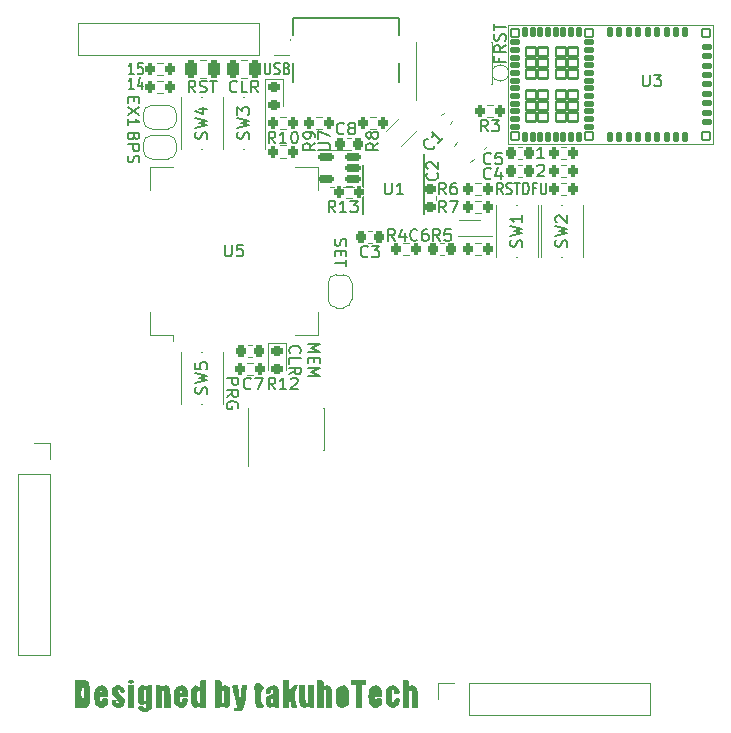
<source format=gto>
G04 #@! TF.GenerationSoftware,KiCad,Pcbnew,(6.0.9)*
G04 #@! TF.CreationDate,2024-05-06T14:48:15+09:00*
G04 #@! TF.ProjectId,CommunicationBoard,436f6d6d-756e-4696-9361-74696f6e426f,rev?*
G04 #@! TF.SameCoordinates,PX8a48640PY5f5e100*
G04 #@! TF.FileFunction,Legend,Top*
G04 #@! TF.FilePolarity,Positive*
%FSLAX46Y46*%
G04 Gerber Fmt 4.6, Leading zero omitted, Abs format (unit mm)*
G04 Created by KiCad (PCBNEW (6.0.9)) date 2024-05-06 14:48:15*
%MOMM*%
%LPD*%
G01*
G04 APERTURE LIST*
G04 Aperture macros list*
%AMRoundRect*
0 Rectangle with rounded corners*
0 $1 Rounding radius*
0 $2 $3 $4 $5 $6 $7 $8 $9 X,Y pos of 4 corners*
0 Add a 4 corners polygon primitive as box body*
4,1,4,$2,$3,$4,$5,$6,$7,$8,$9,$2,$3,0*
0 Add four circle primitives for the rounded corners*
1,1,$1+$1,$2,$3*
1,1,$1+$1,$4,$5*
1,1,$1+$1,$6,$7*
1,1,$1+$1,$8,$9*
0 Add four rect primitives between the rounded corners*
20,1,$1+$1,$2,$3,$4,$5,0*
20,1,$1+$1,$4,$5,$6,$7,0*
20,1,$1+$1,$6,$7,$8,$9,0*
20,1,$1+$1,$8,$9,$2,$3,0*%
%AMHorizOval*
0 Thick line with rounded ends*
0 $1 width*
0 $2 $3 position (X,Y) of the first rounded end (center of the circle)*
0 $4 $5 position (X,Y) of the second rounded end (center of the circle)*
0 Add line between two ends*
20,1,$1,$2,$3,$4,$5,0*
0 Add two circle primitives to create the rounded ends*
1,1,$1,$2,$3*
1,1,$1,$4,$5*%
%AMRotRect*
0 Rectangle, with rotation*
0 The origin of the aperture is its center*
0 $1 length*
0 $2 width*
0 $3 Rotation angle, in degrees counterclockwise*
0 Add horizontal line*
21,1,$1,$2,0,0,$3*%
%AMFreePoly0*
4,1,22,0.500000,-0.750000,0.000000,-0.750000,0.000000,-0.745033,-0.079941,-0.743568,-0.215256,-0.701293,-0.333266,-0.622738,-0.424486,-0.514219,-0.481581,-0.384460,-0.499164,-0.250000,-0.500000,-0.250000,-0.500000,0.250000,-0.499164,0.250000,-0.499963,0.256109,-0.478152,0.396186,-0.417904,0.524511,-0.324060,0.630769,-0.204165,0.706417,-0.067858,0.745374,0.000000,0.744959,0.000000,0.750000,
0.500000,0.750000,0.500000,-0.750000,0.500000,-0.750000,$1*%
%AMFreePoly1*
4,1,20,0.000000,0.744959,0.073905,0.744508,0.209726,0.703889,0.328688,0.626782,0.421226,0.519385,0.479903,0.390333,0.500000,0.250000,0.500000,-0.250000,0.499851,-0.262216,0.476331,-0.402017,0.414519,-0.529596,0.319384,-0.634700,0.198574,-0.708877,0.061801,-0.746166,0.000000,-0.745033,0.000000,-0.750000,-0.500000,-0.750000,-0.500000,0.750000,0.000000,0.750000,0.000000,0.744959,
0.000000,0.744959,$1*%
G04 Aperture macros list end*
%ADD10C,0.150000*%
%ADD11C,0.120000*%
%ADD12C,0.100000*%
%ADD13C,0.127000*%
%ADD14FreePoly0,0.000000*%
%ADD15FreePoly1,0.000000*%
%ADD16C,2.200000*%
%ADD17RoundRect,0.200000X0.200000X0.275000X-0.200000X0.275000X-0.200000X-0.275000X0.200000X-0.275000X0*%
%ADD18R,1.700000X1.700000*%
%ADD19O,1.700000X1.700000*%
%ADD20RoundRect,0.100000X0.247487X-0.318198X0.318198X-0.247487X-0.247487X0.318198X-0.318198X0.247487X0*%
%ADD21RoundRect,0.100000X-0.212132X-0.141421X-0.141421X-0.212132X0.212132X0.141421X0.141421X0.212132X0*%
%ADD22R,0.650000X1.050000*%
%ADD23RoundRect,0.250000X0.250000X0.475000X-0.250000X0.475000X-0.250000X-0.475000X0.250000X-0.475000X0*%
%ADD24RoundRect,0.200000X-0.200000X-0.275000X0.200000X-0.275000X0.200000X0.275000X-0.200000X0.275000X0*%
%ADD25RoundRect,0.225000X0.225000X0.250000X-0.225000X0.250000X-0.225000X-0.250000X0.225000X-0.250000X0*%
%ADD26RoundRect,0.150000X0.512500X0.150000X-0.512500X0.150000X-0.512500X-0.150000X0.512500X-0.150000X0*%
%ADD27RoundRect,0.225000X-0.225000X-0.250000X0.225000X-0.250000X0.225000X0.250000X-0.225000X0.250000X0*%
%ADD28RoundRect,0.250000X-0.250000X-0.475000X0.250000X-0.475000X0.250000X0.475000X-0.250000X0.475000X0*%
%ADD29RoundRect,0.218750X-0.256250X0.218750X-0.256250X-0.218750X0.256250X-0.218750X0.256250X0.218750X0*%
%ADD30R,0.740000X2.400000*%
%ADD31C,1.000000*%
%ADD32RoundRect,0.225000X-0.017678X0.335876X-0.335876X0.017678X0.017678X-0.335876X0.335876X-0.017678X0*%
%ADD33RotRect,0.500000X0.375000X225.000000*%
%ADD34RotRect,0.650000X0.300000X225.000000*%
%ADD35R,2.000000X1.100000*%
%ADD36R,0.800000X1.100000*%
%ADD37RoundRect,0.112100X-0.339500X-0.339500X0.339500X-0.339500X0.339500X0.339500X-0.339500X0.339500X0*%
%ADD38RoundRect,0.106100X-0.320500X-0.145500X0.320500X-0.145500X0.320500X0.145500X-0.320500X0.145500X0*%
%ADD39RoundRect,0.106100X0.145500X-0.320500X0.145500X0.320500X-0.145500X0.320500X-0.145500X-0.320500X0*%
%ADD40RoundRect,0.112100X0.339500X0.339500X-0.339500X0.339500X-0.339500X-0.339500X0.339500X-0.339500X0*%
%ADD41RoundRect,0.106100X-0.145500X0.320500X-0.145500X-0.320500X0.145500X-0.320500X0.145500X0.320500X0*%
%ADD42RoundRect,0.106100X0.320500X0.145500X-0.320500X0.145500X-0.320500X-0.145500X0.320500X-0.145500X0*%
%ADD43RoundRect,0.113600X-0.413000X-0.388000X0.413000X-0.388000X0.413000X0.388000X-0.413000X0.388000X0*%
%ADD44RoundRect,0.225000X0.250000X-0.225000X0.250000X0.225000X-0.250000X0.225000X-0.250000X-0.225000X0*%
%ADD45FreePoly0,90.000000*%
%ADD46FreePoly1,90.000000*%
%ADD47R,0.510000X1.100000*%
%ADD48C,0.650000*%
%ADD49R,0.600000X1.160000*%
%ADD50R,0.300000X1.160000*%
%ADD51O,1.000000X1.800000*%
%ADD52O,1.000000X2.100000*%
%ADD53HorizOval,3.100000X0.424264X0.424264X-0.424264X-0.424264X0*%
%ADD54O,0.900000X1.400000*%
%ADD55O,1.400000X0.900000*%
%ADD56O,1.200000X0.900000*%
G04 APERTURE END LIST*
D10*
X14700285Y17216381D02*
X14747904Y17264000D01*
X14843142Y17311620D01*
X15081238Y17311620D01*
X15176476Y17264000D01*
X15224095Y17216381D01*
X15271714Y17121143D01*
X15271714Y17025905D01*
X15224095Y16883048D01*
X14652666Y16311620D01*
X15271714Y16311620D01*
X-8375524Y25947620D02*
X-8375524Y25138096D01*
X-8337429Y25042858D01*
X-8299334Y24995239D01*
X-8223143Y24947620D01*
X-8070762Y24947620D01*
X-7994572Y24995239D01*
X-7956477Y25042858D01*
X-7918381Y25138096D01*
X-7918381Y25947620D01*
X-7575524Y24995239D02*
X-7461239Y24947620D01*
X-7270762Y24947620D01*
X-7194572Y24995239D01*
X-7156477Y25042858D01*
X-7118381Y25138096D01*
X-7118381Y25233334D01*
X-7156477Y25328572D01*
X-7194572Y25376191D01*
X-7270762Y25423810D01*
X-7423143Y25471429D01*
X-7499334Y25519048D01*
X-7537429Y25566667D01*
X-7575524Y25661905D01*
X-7575524Y25757143D01*
X-7537429Y25852381D01*
X-7499334Y25900000D01*
X-7423143Y25947620D01*
X-7232667Y25947620D01*
X-7118381Y25900000D01*
X-6508858Y25471429D02*
X-6394572Y25423810D01*
X-6356477Y25376191D01*
X-6318381Y25280953D01*
X-6318381Y25138096D01*
X-6356477Y25042858D01*
X-6394572Y24995239D01*
X-6470762Y24947620D01*
X-6775524Y24947620D01*
X-6775524Y25947620D01*
X-6508858Y25947620D01*
X-6432667Y25900000D01*
X-6394572Y25852381D01*
X-6356477Y25757143D01*
X-6356477Y25661905D01*
X-6394572Y25566667D01*
X-6432667Y25519048D01*
X-6508858Y25471429D01*
X-6775524Y25471429D01*
X15271714Y17835620D02*
X14700285Y17835620D01*
X14986000Y17835620D02*
X14986000Y18835620D01*
X14890761Y18692762D01*
X14795523Y18597524D01*
X14700285Y18549905D01*
X13506571Y14787620D02*
X13506571Y15787620D01*
X13697047Y15787620D01*
X13811333Y15740000D01*
X13887523Y15644762D01*
X13925619Y15549524D01*
X13963714Y15359048D01*
X13963714Y15216191D01*
X13925619Y15025715D01*
X13887523Y14930477D01*
X13811333Y14835239D01*
X13697047Y14787620D01*
X13506571Y14787620D01*
X14573238Y15311429D02*
X14306571Y15311429D01*
X14306571Y14787620D02*
X14306571Y15787620D01*
X14687523Y15787620D01*
X14992285Y15787620D02*
X14992285Y14978096D01*
X15030380Y14882858D01*
X15068476Y14835239D01*
X15144666Y14787620D01*
X15297047Y14787620D01*
X15373238Y14835239D01*
X15411333Y14882858D01*
X15449428Y14978096D01*
X15449428Y15787620D01*
X-10755239Y23518858D02*
X-10802858Y23471239D01*
X-10945715Y23423620D01*
X-11040953Y23423620D01*
X-11183810Y23471239D01*
X-11279048Y23566477D01*
X-11326667Y23661715D01*
X-11374286Y23852191D01*
X-11374286Y23995048D01*
X-11326667Y24185524D01*
X-11279048Y24280762D01*
X-11183810Y24376000D01*
X-11040953Y24423620D01*
X-10945715Y24423620D01*
X-10802858Y24376000D01*
X-10755239Y24328381D01*
X-9850477Y23423620D02*
X-10326667Y23423620D01*
X-10326667Y24423620D01*
X-8945715Y23423620D02*
X-9279048Y23899810D01*
X-9517143Y23423620D02*
X-9517143Y24423620D01*
X-9136191Y24423620D01*
X-9040953Y24376000D01*
X-8993334Y24328381D01*
X-8945715Y24233143D01*
X-8945715Y24090286D01*
X-8993334Y23995048D01*
X-9040953Y23947429D01*
X-9136191Y23899810D01*
X-9517143Y23899810D01*
X11753904Y14787620D02*
X11487238Y15263810D01*
X11296761Y14787620D02*
X11296761Y15787620D01*
X11601523Y15787620D01*
X11677714Y15740000D01*
X11715809Y15692381D01*
X11753904Y15597143D01*
X11753904Y15454286D01*
X11715809Y15359048D01*
X11677714Y15311429D01*
X11601523Y15263810D01*
X11296761Y15263810D01*
X12058666Y14835239D02*
X12172952Y14787620D01*
X12363428Y14787620D01*
X12439619Y14835239D01*
X12477714Y14882858D01*
X12515809Y14978096D01*
X12515809Y15073334D01*
X12477714Y15168572D01*
X12439619Y15216191D01*
X12363428Y15263810D01*
X12211047Y15311429D01*
X12134857Y15359048D01*
X12096761Y15406667D01*
X12058666Y15501905D01*
X12058666Y15597143D01*
X12096761Y15692381D01*
X12134857Y15740000D01*
X12211047Y15787620D01*
X12401523Y15787620D01*
X12515809Y15740000D01*
X12744380Y15787620D02*
X13201523Y15787620D01*
X12972952Y14787620D02*
X12972952Y15787620D01*
X-19486572Y19700762D02*
X-19534191Y19557905D01*
X-19581810Y19510286D01*
X-19677048Y19462667D01*
X-19819905Y19462667D01*
X-19915143Y19510286D01*
X-19962762Y19557905D01*
X-20010381Y19653143D01*
X-20010381Y20034096D01*
X-19010381Y20034096D01*
X-19010381Y19700762D01*
X-19058000Y19605524D01*
X-19105620Y19557905D01*
X-19200858Y19510286D01*
X-19296096Y19510286D01*
X-19391334Y19557905D01*
X-19438953Y19605524D01*
X-19486572Y19700762D01*
X-19486572Y20034096D01*
X-20010381Y19034096D02*
X-19010381Y19034096D01*
X-19010381Y18653143D01*
X-19058000Y18557905D01*
X-19105620Y18510286D01*
X-19200858Y18462667D01*
X-19343715Y18462667D01*
X-19438953Y18510286D01*
X-19486572Y18557905D01*
X-19534191Y18653143D01*
X-19534191Y19034096D01*
X-19962762Y18081715D02*
X-20010381Y17938858D01*
X-20010381Y17700762D01*
X-19962762Y17605524D01*
X-19915143Y17557905D01*
X-19819905Y17510286D01*
X-19724667Y17510286D01*
X-19629429Y17557905D01*
X-19581810Y17605524D01*
X-19534191Y17700762D01*
X-19486572Y17891239D01*
X-19438953Y17986477D01*
X-19391334Y18034096D01*
X-19296096Y18081715D01*
X-19200858Y18081715D01*
X-19105620Y18034096D01*
X-19058000Y17986477D01*
X-19010381Y17891239D01*
X-19010381Y17653143D01*
X-19058000Y17510286D01*
X-4727381Y2119143D02*
X-3727381Y2119143D01*
X-4441667Y1785810D01*
X-3727381Y1452477D01*
X-4727381Y1452477D01*
X-4203572Y976286D02*
X-4203572Y642953D01*
X-4727381Y500096D02*
X-4727381Y976286D01*
X-3727381Y976286D01*
X-3727381Y500096D01*
X-4727381Y71524D02*
X-3727381Y71524D01*
X-4441667Y-261809D01*
X-3727381Y-595142D01*
X-4727381Y-595142D01*
X-6242143Y1357239D02*
X-6289762Y1404858D01*
X-6337381Y1547715D01*
X-6337381Y1642953D01*
X-6289762Y1785810D01*
X-6194524Y1881048D01*
X-6099286Y1928667D01*
X-5908810Y1976286D01*
X-5765953Y1976286D01*
X-5575477Y1928667D01*
X-5480239Y1881048D01*
X-5385000Y1785810D01*
X-5337381Y1642953D01*
X-5337381Y1547715D01*
X-5385000Y1404858D01*
X-5432620Y1357239D01*
X-6337381Y452477D02*
X-6337381Y928667D01*
X-5337381Y928667D01*
X-6337381Y-452285D02*
X-5861191Y-118952D01*
X-6337381Y119143D02*
X-5337381Y119143D01*
X-5337381Y-261809D01*
X-5385000Y-357047D01*
X-5432620Y-404666D01*
X-5527858Y-452285D01*
X-5670715Y-452285D01*
X-5765953Y-404666D01*
X-5813572Y-357047D01*
X-5861191Y-261809D01*
X-5861191Y119143D01*
X11485571Y26344715D02*
X11485571Y26011381D01*
X12009380Y26011381D02*
X11009380Y26011381D01*
X11009380Y26487572D01*
X12009380Y27439953D02*
X11533190Y27106620D01*
X12009380Y26868524D02*
X11009380Y26868524D01*
X11009380Y27249477D01*
X11057000Y27344715D01*
X11104619Y27392334D01*
X11199857Y27439953D01*
X11342714Y27439953D01*
X11437952Y27392334D01*
X11485571Y27344715D01*
X11533190Y27249477D01*
X11533190Y26868524D01*
X11961761Y27820905D02*
X12009380Y27963762D01*
X12009380Y28201858D01*
X11961761Y28297096D01*
X11914142Y28344715D01*
X11818904Y28392334D01*
X11723666Y28392334D01*
X11628428Y28344715D01*
X11580809Y28297096D01*
X11533190Y28201858D01*
X11485571Y28011381D01*
X11437952Y27916143D01*
X11390333Y27868524D01*
X11295095Y27820905D01*
X11199857Y27820905D01*
X11104619Y27868524D01*
X11057000Y27916143D01*
X11009380Y28011381D01*
X11009380Y28249477D01*
X11057000Y28392334D01*
X11009380Y28678048D02*
X11009380Y29249477D01*
X12009380Y28963762D02*
X11009380Y28963762D01*
X-19486572Y23010667D02*
X-19486572Y22677334D01*
X-20010381Y22534477D02*
X-20010381Y23010667D01*
X-19010381Y23010667D01*
X-19010381Y22534477D01*
X-19010381Y22201143D02*
X-20010381Y21534477D01*
X-19010381Y21534477D02*
X-20010381Y22201143D01*
X-20010381Y20629715D02*
X-20010381Y21201143D01*
X-20010381Y20915429D02*
X-19010381Y20915429D01*
X-19153239Y21010667D01*
X-19248477Y21105905D01*
X-19296096Y21201143D01*
X-14263620Y23423620D02*
X-14596953Y23899810D01*
X-14835048Y23423620D02*
X-14835048Y24423620D01*
X-14454096Y24423620D01*
X-14358858Y24376000D01*
X-14311239Y24328381D01*
X-14263620Y24233143D01*
X-14263620Y24090286D01*
X-14311239Y23995048D01*
X-14358858Y23947429D01*
X-14454096Y23899810D01*
X-14835048Y23899810D01*
X-13882667Y23471239D02*
X-13739810Y23423620D01*
X-13501715Y23423620D01*
X-13406477Y23471239D01*
X-13358858Y23518858D01*
X-13311239Y23614096D01*
X-13311239Y23709334D01*
X-13358858Y23804572D01*
X-13406477Y23852191D01*
X-13501715Y23899810D01*
X-13692191Y23947429D01*
X-13787429Y23995048D01*
X-13835048Y24042667D01*
X-13882667Y24137905D01*
X-13882667Y24233143D01*
X-13835048Y24328381D01*
X-13787429Y24376000D01*
X-13692191Y24423620D01*
X-13454096Y24423620D01*
X-13311239Y24376000D01*
X-13025524Y24423620D02*
X-12454096Y24423620D01*
X-12739810Y23423620D02*
X-12739810Y24423620D01*
X-19456381Y24947620D02*
X-19913524Y24947620D01*
X-19684953Y24947620D02*
X-19684953Y25947620D01*
X-19761143Y25804762D01*
X-19837334Y25709524D01*
X-19913524Y25661905D01*
X-18732572Y25947620D02*
X-19113524Y25947620D01*
X-19151620Y25471429D01*
X-19113524Y25519048D01*
X-19037334Y25566667D01*
X-18846858Y25566667D01*
X-18770667Y25519048D01*
X-18732572Y25471429D01*
X-18694477Y25376191D01*
X-18694477Y25138096D01*
X-18732572Y25042858D01*
X-18770667Y24995239D01*
X-18846858Y24947620D01*
X-19037334Y24947620D01*
X-19113524Y24995239D01*
X-19151620Y25042858D01*
X-2436762Y11025048D02*
X-2484381Y10882191D01*
X-2484381Y10644096D01*
X-2436762Y10548858D01*
X-2389143Y10501239D01*
X-2293905Y10453620D01*
X-2198667Y10453620D01*
X-2103429Y10501239D01*
X-2055810Y10548858D01*
X-2008191Y10644096D01*
X-1960572Y10834572D01*
X-1912953Y10929810D01*
X-1865334Y10977429D01*
X-1770096Y11025048D01*
X-1674858Y11025048D01*
X-1579620Y10977429D01*
X-1532000Y10929810D01*
X-1484381Y10834572D01*
X-1484381Y10596477D01*
X-1532000Y10453620D01*
X-1960572Y10025048D02*
X-1960572Y9691715D01*
X-2484381Y9548858D02*
X-2484381Y10025048D01*
X-1484381Y10025048D01*
X-1484381Y9548858D01*
X-1484381Y9263143D02*
X-1484381Y8691715D01*
X-2484381Y8977429D02*
X-1484381Y8977429D01*
X-11628381Y-770095D02*
X-10628381Y-770095D01*
X-10628381Y-1151047D01*
X-10676000Y-1246285D01*
X-10723620Y-1293904D01*
X-10818858Y-1341523D01*
X-10961715Y-1341523D01*
X-11056953Y-1293904D01*
X-11104572Y-1246285D01*
X-11152191Y-1151047D01*
X-11152191Y-770095D01*
X-11628381Y-2341523D02*
X-11152191Y-2008190D01*
X-11628381Y-1770095D02*
X-10628381Y-1770095D01*
X-10628381Y-2151047D01*
X-10676000Y-2246285D01*
X-10723620Y-2293904D01*
X-10818858Y-2341523D01*
X-10961715Y-2341523D01*
X-11056953Y-2293904D01*
X-11104572Y-2246285D01*
X-11152191Y-2151047D01*
X-11152191Y-1770095D01*
X-10676000Y-3293904D02*
X-10628381Y-3198666D01*
X-10628381Y-3055809D01*
X-10676000Y-2912952D01*
X-10771239Y-2817714D01*
X-10866477Y-2770095D01*
X-11056953Y-2722476D01*
X-11199810Y-2722476D01*
X-11390286Y-2770095D01*
X-11485524Y-2817714D01*
X-11580762Y-2912952D01*
X-11628381Y-3055809D01*
X-11628381Y-3151047D01*
X-11580762Y-3293904D01*
X-11533143Y-3341523D01*
X-11199810Y-3341523D01*
X-11199810Y-3151047D01*
X-19456381Y23677620D02*
X-19913524Y23677620D01*
X-19684953Y23677620D02*
X-19684953Y24677620D01*
X-19761143Y24534762D01*
X-19837334Y24439524D01*
X-19913524Y24391905D01*
X-18770667Y24344286D02*
X-18770667Y23677620D01*
X-18961143Y24725239D02*
X-19151620Y24010953D01*
X-18656381Y24010953D01*
X-4119620Y19137334D02*
X-4595810Y18804000D01*
X-4119620Y18565905D02*
X-5119620Y18565905D01*
X-5119620Y18946858D01*
X-5072000Y19042096D01*
X-5024381Y19089715D01*
X-4929143Y19137334D01*
X-4786286Y19137334D01*
X-4691048Y19089715D01*
X-4643429Y19042096D01*
X-4595810Y18946858D01*
X-4595810Y18565905D01*
X-4119620Y19613524D02*
X-4119620Y19804000D01*
X-4167239Y19899239D01*
X-4214858Y19946858D01*
X-4357715Y20042096D01*
X-4548191Y20089715D01*
X-4929143Y20089715D01*
X-5024381Y20042096D01*
X-5072000Y19994477D01*
X-5119620Y19899239D01*
X-5119620Y19708762D01*
X-5072000Y19613524D01*
X-5024381Y19565905D01*
X-4929143Y19518286D01*
X-4691048Y19518286D01*
X-4595810Y19565905D01*
X-4548191Y19613524D01*
X-4500572Y19708762D01*
X-4500572Y19899239D01*
X-4548191Y19994477D01*
X-4595810Y20042096D01*
X-4691048Y20089715D01*
X13358761Y10350667D02*
X13406380Y10493524D01*
X13406380Y10731620D01*
X13358761Y10826858D01*
X13311142Y10874477D01*
X13215904Y10922096D01*
X13120666Y10922096D01*
X13025428Y10874477D01*
X12977809Y10826858D01*
X12930190Y10731620D01*
X12882571Y10541143D01*
X12834952Y10445905D01*
X12787333Y10398286D01*
X12692095Y10350667D01*
X12596857Y10350667D01*
X12501619Y10398286D01*
X12454000Y10445905D01*
X12406380Y10541143D01*
X12406380Y10779239D01*
X12454000Y10922096D01*
X12406380Y11255429D02*
X13406380Y11493524D01*
X12692095Y11684000D01*
X13406380Y11874477D01*
X12406380Y12112572D01*
X13406380Y13017334D02*
X13406380Y12445905D01*
X13406380Y12731620D02*
X12406380Y12731620D01*
X12549238Y12636381D01*
X12644476Y12541143D01*
X12692095Y12445905D01*
X-1690667Y19962858D02*
X-1738286Y19915239D01*
X-1881143Y19867620D01*
X-1976381Y19867620D01*
X-2119239Y19915239D01*
X-2214477Y20010477D01*
X-2262096Y20105715D01*
X-2309715Y20296191D01*
X-2309715Y20439048D01*
X-2262096Y20629524D01*
X-2214477Y20724762D01*
X-2119239Y20820000D01*
X-1976381Y20867620D01*
X-1881143Y20867620D01*
X-1738286Y20820000D01*
X-1690667Y20772381D01*
X-1119239Y20439048D02*
X-1214477Y20486667D01*
X-1262096Y20534286D01*
X-1309715Y20629524D01*
X-1309715Y20677143D01*
X-1262096Y20772381D01*
X-1214477Y20820000D01*
X-1119239Y20867620D01*
X-928762Y20867620D01*
X-833524Y20820000D01*
X-785905Y20772381D01*
X-738286Y20677143D01*
X-738286Y20629524D01*
X-785905Y20534286D01*
X-833524Y20486667D01*
X-928762Y20439048D01*
X-1119239Y20439048D01*
X-1214477Y20391429D01*
X-1262096Y20343810D01*
X-1309715Y20248572D01*
X-1309715Y20058096D01*
X-1262096Y19962858D01*
X-1214477Y19915239D01*
X-1119239Y19867620D01*
X-928762Y19867620D01*
X-833524Y19915239D01*
X-785905Y19962858D01*
X-738286Y20058096D01*
X-738286Y20248572D01*
X-785905Y20343810D01*
X-833524Y20391429D01*
X-928762Y20439048D01*
X-9755239Y19494667D02*
X-9707620Y19637524D01*
X-9707620Y19875620D01*
X-9755239Y19970858D01*
X-9802858Y20018477D01*
X-9898096Y20066096D01*
X-9993334Y20066096D01*
X-10088572Y20018477D01*
X-10136191Y19970858D01*
X-10183810Y19875620D01*
X-10231429Y19685143D01*
X-10279048Y19589905D01*
X-10326667Y19542286D01*
X-10421905Y19494667D01*
X-10517143Y19494667D01*
X-10612381Y19542286D01*
X-10660000Y19589905D01*
X-10707620Y19685143D01*
X-10707620Y19923239D01*
X-10660000Y20066096D01*
X-10707620Y20399429D02*
X-9707620Y20637524D01*
X-10421905Y20828000D01*
X-9707620Y21018477D01*
X-10707620Y21256572D01*
X-10707620Y21542286D02*
X-10707620Y22161334D01*
X-10326667Y21828000D01*
X-10326667Y21970858D01*
X-10279048Y22066096D01*
X-10231429Y22113715D01*
X-10136191Y22161334D01*
X-9898096Y22161334D01*
X-9802858Y22113715D01*
X-9755239Y22066096D01*
X-9707620Y21970858D01*
X-9707620Y21685143D01*
X-9755239Y21589905D01*
X-9802858Y21542286D01*
X10755333Y17422858D02*
X10707714Y17375239D01*
X10564857Y17327620D01*
X10469619Y17327620D01*
X10326761Y17375239D01*
X10231523Y17470477D01*
X10183904Y17565715D01*
X10136285Y17756191D01*
X10136285Y17899048D01*
X10183904Y18089524D01*
X10231523Y18184762D01*
X10326761Y18280000D01*
X10469619Y18327620D01*
X10564857Y18327620D01*
X10707714Y18280000D01*
X10755333Y18232381D01*
X11660095Y18327620D02*
X11183904Y18327620D01*
X11136285Y17851429D01*
X11183904Y17899048D01*
X11279142Y17946667D01*
X11517238Y17946667D01*
X11612476Y17899048D01*
X11660095Y17851429D01*
X11707714Y17756191D01*
X11707714Y17518096D01*
X11660095Y17422858D01*
X11612476Y17375239D01*
X11517238Y17327620D01*
X11279142Y17327620D01*
X11183904Y17375239D01*
X11136285Y17422858D01*
X-3849620Y18542096D02*
X-3040096Y18542096D01*
X-2944858Y18589715D01*
X-2897239Y18637334D01*
X-2849620Y18732572D01*
X-2849620Y18923048D01*
X-2897239Y19018286D01*
X-2944858Y19065905D01*
X-3040096Y19113524D01*
X-3849620Y19113524D01*
X-3849620Y19494477D02*
X-3849620Y20161143D01*
X-2849620Y19732572D01*
X-13311239Y19494667D02*
X-13263620Y19637524D01*
X-13263620Y19875620D01*
X-13311239Y19970858D01*
X-13358858Y20018477D01*
X-13454096Y20066096D01*
X-13549334Y20066096D01*
X-13644572Y20018477D01*
X-13692191Y19970858D01*
X-13739810Y19875620D01*
X-13787429Y19685143D01*
X-13835048Y19589905D01*
X-13882667Y19542286D01*
X-13977905Y19494667D01*
X-14073143Y19494667D01*
X-14168381Y19542286D01*
X-14216000Y19589905D01*
X-14263620Y19685143D01*
X-14263620Y19923239D01*
X-14216000Y20066096D01*
X-14263620Y20399429D02*
X-13263620Y20637524D01*
X-13977905Y20828000D01*
X-13263620Y21018477D01*
X-14263620Y21256572D01*
X-13930286Y22066096D02*
X-13263620Y22066096D01*
X-14311239Y21828000D02*
X-13596953Y21589905D01*
X-13596953Y22208953D01*
X10755333Y16152858D02*
X10707714Y16105239D01*
X10564857Y16057620D01*
X10469619Y16057620D01*
X10326761Y16105239D01*
X10231523Y16200477D01*
X10183904Y16295715D01*
X10136285Y16486191D01*
X10136285Y16629048D01*
X10183904Y16819524D01*
X10231523Y16914762D01*
X10326761Y17010000D01*
X10469619Y17057620D01*
X10564857Y17057620D01*
X10707714Y17010000D01*
X10755333Y16962381D01*
X11612476Y16724286D02*
X11612476Y16057620D01*
X11374380Y17105239D02*
X11136285Y16390953D01*
X11755333Y16390953D01*
X4532333Y10945858D02*
X4484714Y10898239D01*
X4341857Y10850620D01*
X4246619Y10850620D01*
X4103761Y10898239D01*
X4008523Y10993477D01*
X3960904Y11088715D01*
X3913285Y11279191D01*
X3913285Y11422048D01*
X3960904Y11612524D01*
X4008523Y11707762D01*
X4103761Y11803000D01*
X4246619Y11850620D01*
X4341857Y11850620D01*
X4484714Y11803000D01*
X4532333Y11755381D01*
X5389476Y11850620D02*
X5199000Y11850620D01*
X5103761Y11803000D01*
X5056142Y11755381D01*
X4960904Y11612524D01*
X4913285Y11422048D01*
X4913285Y11041096D01*
X4960904Y10945858D01*
X5008523Y10898239D01*
X5103761Y10850620D01*
X5294238Y10850620D01*
X5389476Y10898239D01*
X5437095Y10945858D01*
X5484714Y11041096D01*
X5484714Y11279191D01*
X5437095Y11374429D01*
X5389476Y11422048D01*
X5294238Y11469667D01*
X5103761Y11469667D01*
X5008523Y11422048D01*
X4960904Y11374429D01*
X4913285Y11279191D01*
X17168761Y10350667D02*
X17216380Y10493524D01*
X17216380Y10731620D01*
X17168761Y10826858D01*
X17121142Y10874477D01*
X17025904Y10922096D01*
X16930666Y10922096D01*
X16835428Y10874477D01*
X16787809Y10826858D01*
X16740190Y10731620D01*
X16692571Y10541143D01*
X16644952Y10445905D01*
X16597333Y10398286D01*
X16502095Y10350667D01*
X16406857Y10350667D01*
X16311619Y10398286D01*
X16264000Y10445905D01*
X16216380Y10541143D01*
X16216380Y10779239D01*
X16264000Y10922096D01*
X16216380Y11255429D02*
X17216380Y11493524D01*
X16502095Y11684000D01*
X17216380Y11874477D01*
X16216380Y12112572D01*
X16311619Y12445905D02*
X16264000Y12493524D01*
X16216380Y12588762D01*
X16216380Y12826858D01*
X16264000Y12922096D01*
X16311619Y12969715D01*
X16406857Y13017334D01*
X16502095Y13017334D01*
X16644952Y12969715D01*
X17216380Y12398286D01*
X17216380Y13017334D01*
X2627333Y10850620D02*
X2294000Y11326810D01*
X2055904Y10850620D02*
X2055904Y11850620D01*
X2436857Y11850620D01*
X2532095Y11803000D01*
X2579714Y11755381D01*
X2627333Y11660143D01*
X2627333Y11517286D01*
X2579714Y11422048D01*
X2532095Y11374429D01*
X2436857Y11326810D01*
X2055904Y11326810D01*
X3484476Y11517286D02*
X3484476Y10850620D01*
X3246380Y11898239D02*
X3008285Y11183953D01*
X3627333Y11183953D01*
X5976687Y18933611D02*
X5976687Y18866268D01*
X5909343Y18731581D01*
X5842000Y18664237D01*
X5707312Y18596894D01*
X5572625Y18596894D01*
X5471610Y18630565D01*
X5303251Y18731581D01*
X5202236Y18832596D01*
X5101221Y19000955D01*
X5067549Y19101970D01*
X5067549Y19236657D01*
X5134893Y19371344D01*
X5202236Y19438688D01*
X5336923Y19506031D01*
X5404267Y19506031D01*
X6717465Y19539703D02*
X6313404Y19135642D01*
X6515435Y19337672D02*
X5808328Y20044779D01*
X5842000Y19876420D01*
X5842000Y19741733D01*
X5808328Y19640718D01*
X-9564667Y-1627142D02*
X-9612286Y-1674761D01*
X-9755143Y-1722380D01*
X-9850381Y-1722380D01*
X-9993239Y-1674761D01*
X-10088477Y-1579523D01*
X-10136096Y-1484285D01*
X-10183715Y-1293809D01*
X-10183715Y-1150952D01*
X-10136096Y-960476D01*
X-10088477Y-865238D01*
X-9993239Y-770000D01*
X-9850381Y-722380D01*
X-9755143Y-722380D01*
X-9612286Y-770000D01*
X-9564667Y-817619D01*
X-9231334Y-722380D02*
X-8564667Y-722380D01*
X-8993239Y-1722380D01*
X-7500858Y19105620D02*
X-7834191Y19581810D01*
X-8072286Y19105620D02*
X-8072286Y20105620D01*
X-7691334Y20105620D01*
X-7596096Y20058000D01*
X-7548477Y20010381D01*
X-7500858Y19915143D01*
X-7500858Y19772286D01*
X-7548477Y19677048D01*
X-7596096Y19629429D01*
X-7691334Y19581810D01*
X-8072286Y19581810D01*
X-6548477Y19105620D02*
X-7119905Y19105620D01*
X-6834191Y19105620D02*
X-6834191Y20105620D01*
X-6929429Y19962762D01*
X-7024667Y19867524D01*
X-7119905Y19819905D01*
X-5929429Y20105620D02*
X-5834191Y20105620D01*
X-5738953Y20058000D01*
X-5691334Y20010381D01*
X-5643715Y19915143D01*
X-5596096Y19724667D01*
X-5596096Y19486572D01*
X-5643715Y19296096D01*
X-5691334Y19200858D01*
X-5738953Y19153239D01*
X-5834191Y19105620D01*
X-5929429Y19105620D01*
X-6024667Y19153239D01*
X-6072286Y19200858D01*
X-6119905Y19296096D01*
X-6167524Y19486572D01*
X-6167524Y19724667D01*
X-6119905Y19915143D01*
X-6072286Y20010381D01*
X-6024667Y20058000D01*
X-5929429Y20105620D01*
X6945333Y13263620D02*
X6612000Y13739810D01*
X6373904Y13263620D02*
X6373904Y14263620D01*
X6754857Y14263620D01*
X6850095Y14216000D01*
X6897714Y14168381D01*
X6945333Y14073143D01*
X6945333Y13930286D01*
X6897714Y13835048D01*
X6850095Y13787429D01*
X6754857Y13739810D01*
X6373904Y13739810D01*
X7278666Y14263620D02*
X7945333Y14263620D01*
X7516761Y13263620D01*
X10501333Y20121620D02*
X10168000Y20597810D01*
X9929904Y20121620D02*
X9929904Y21121620D01*
X10310857Y21121620D01*
X10406095Y21074000D01*
X10453714Y21026381D01*
X10501333Y20931143D01*
X10501333Y20788286D01*
X10453714Y20693048D01*
X10406095Y20645429D01*
X10310857Y20597810D01*
X9929904Y20597810D01*
X10834666Y21121620D02*
X11453714Y21121620D01*
X11120380Y20740667D01*
X11263238Y20740667D01*
X11358476Y20693048D01*
X11406095Y20645429D01*
X11453714Y20550191D01*
X11453714Y20312096D01*
X11406095Y20216858D01*
X11358476Y20169239D01*
X11263238Y20121620D01*
X10977523Y20121620D01*
X10882285Y20169239D01*
X10834666Y20216858D01*
X-7500858Y-1722380D02*
X-7834191Y-1246190D01*
X-8072286Y-1722380D02*
X-8072286Y-722380D01*
X-7691334Y-722380D01*
X-7596096Y-770000D01*
X-7548477Y-817619D01*
X-7500858Y-912857D01*
X-7500858Y-1055714D01*
X-7548477Y-1150952D01*
X-7596096Y-1198571D01*
X-7691334Y-1246190D01*
X-8072286Y-1246190D01*
X-6548477Y-1722380D02*
X-7119905Y-1722380D01*
X-6834191Y-1722380D02*
X-6834191Y-722380D01*
X-6929429Y-865238D01*
X-7024667Y-960476D01*
X-7119905Y-1008095D01*
X-6167524Y-817619D02*
X-6119905Y-770000D01*
X-6024667Y-722380D01*
X-5786572Y-722380D01*
X-5691334Y-770000D01*
X-5643715Y-817619D01*
X-5596096Y-912857D01*
X-5596096Y-1008095D01*
X-5643715Y-1150952D01*
X-6215143Y-1722380D01*
X-5596096Y-1722380D01*
X23622095Y24939620D02*
X23622095Y24130096D01*
X23669714Y24034858D01*
X23717333Y23987239D01*
X23812571Y23939620D01*
X24003047Y23939620D01*
X24098285Y23987239D01*
X24145904Y24034858D01*
X24193523Y24130096D01*
X24193523Y24939620D01*
X24574476Y24939620D02*
X25193523Y24939620D01*
X24860190Y24558667D01*
X25003047Y24558667D01*
X25098285Y24511048D01*
X25145904Y24463429D01*
X25193523Y24368191D01*
X25193523Y24130096D01*
X25145904Y24034858D01*
X25098285Y23987239D01*
X25003047Y23939620D01*
X24717333Y23939620D01*
X24622095Y23987239D01*
X24574476Y24034858D01*
X6437333Y10850620D02*
X6104000Y11326810D01*
X5865904Y10850620D02*
X5865904Y11850620D01*
X6246857Y11850620D01*
X6342095Y11803000D01*
X6389714Y11755381D01*
X6437333Y11660143D01*
X6437333Y11517286D01*
X6389714Y11422048D01*
X6342095Y11374429D01*
X6246857Y11326810D01*
X5865904Y11326810D01*
X7342095Y11850620D02*
X6865904Y11850620D01*
X6818285Y11374429D01*
X6865904Y11422048D01*
X6961142Y11469667D01*
X7199238Y11469667D01*
X7294476Y11422048D01*
X7342095Y11374429D01*
X7389714Y11279191D01*
X7389714Y11041096D01*
X7342095Y10945858D01*
X7294476Y10898239D01*
X7199238Y10850620D01*
X6961142Y10850620D01*
X6865904Y10898239D01*
X6818285Y10945858D01*
X-2420858Y13263620D02*
X-2754191Y13739810D01*
X-2992286Y13263620D02*
X-2992286Y14263620D01*
X-2611334Y14263620D01*
X-2516096Y14216000D01*
X-2468477Y14168381D01*
X-2420858Y14073143D01*
X-2420858Y13930286D01*
X-2468477Y13835048D01*
X-2516096Y13787429D01*
X-2611334Y13739810D01*
X-2992286Y13739810D01*
X-1468477Y13263620D02*
X-2039905Y13263620D01*
X-1754191Y13263620D02*
X-1754191Y14263620D01*
X-1849429Y14120762D01*
X-1944667Y14025524D01*
X-2039905Y13977905D01*
X-1135143Y14263620D02*
X-516096Y14263620D01*
X-849429Y13882667D01*
X-706572Y13882667D01*
X-611334Y13835048D01*
X-563715Y13787429D01*
X-516096Y13692191D01*
X-516096Y13454096D01*
X-563715Y13358858D01*
X-611334Y13311239D01*
X-706572Y13263620D01*
X-992286Y13263620D01*
X-1087524Y13311239D01*
X-1135143Y13358858D01*
X6945333Y14787620D02*
X6612000Y15263810D01*
X6373904Y14787620D02*
X6373904Y15787620D01*
X6754857Y15787620D01*
X6850095Y15740000D01*
X6897714Y15692381D01*
X6945333Y15597143D01*
X6945333Y15454286D01*
X6897714Y15359048D01*
X6850095Y15311429D01*
X6754857Y15263810D01*
X6373904Y15263810D01*
X7802476Y15787620D02*
X7612000Y15787620D01*
X7516761Y15740000D01*
X7469142Y15692381D01*
X7373904Y15549524D01*
X7326285Y15359048D01*
X7326285Y14978096D01*
X7373904Y14882858D01*
X7421523Y14835239D01*
X7516761Y14787620D01*
X7707238Y14787620D01*
X7802476Y14835239D01*
X7850095Y14882858D01*
X7897714Y14978096D01*
X7897714Y15216191D01*
X7850095Y15311429D01*
X7802476Y15359048D01*
X7707238Y15406667D01*
X7516761Y15406667D01*
X7421523Y15359048D01*
X7373904Y15311429D01*
X7326285Y15216191D01*
X6199142Y16597334D02*
X6246761Y16549715D01*
X6294380Y16406858D01*
X6294380Y16311620D01*
X6246761Y16168762D01*
X6151523Y16073524D01*
X6056285Y16025905D01*
X5865809Y15978286D01*
X5722952Y15978286D01*
X5532476Y16025905D01*
X5437238Y16073524D01*
X5342000Y16168762D01*
X5294380Y16311620D01*
X5294380Y16406858D01*
X5342000Y16549715D01*
X5389619Y16597334D01*
X5389619Y16978286D02*
X5342000Y17025905D01*
X5294380Y17121143D01*
X5294380Y17359239D01*
X5342000Y17454477D01*
X5389619Y17502096D01*
X5484857Y17549715D01*
X5580095Y17549715D01*
X5722952Y17502096D01*
X6294380Y16930667D01*
X6294380Y17549715D01*
X-13311239Y-2095333D02*
X-13263620Y-1952476D01*
X-13263620Y-1714380D01*
X-13311239Y-1619142D01*
X-13358858Y-1571523D01*
X-13454096Y-1523904D01*
X-13549334Y-1523904D01*
X-13644572Y-1571523D01*
X-13692191Y-1619142D01*
X-13739810Y-1714380D01*
X-13787429Y-1904857D01*
X-13835048Y-2000095D01*
X-13882667Y-2047714D01*
X-13977905Y-2095333D01*
X-14073143Y-2095333D01*
X-14168381Y-2047714D01*
X-14216000Y-2000095D01*
X-14263620Y-1904857D01*
X-14263620Y-1666761D01*
X-14216000Y-1523904D01*
X-14263620Y-1190571D02*
X-13263620Y-952476D01*
X-13977905Y-762000D01*
X-13263620Y-571523D01*
X-14263620Y-333428D01*
X-14263620Y523715D02*
X-14263620Y47524D01*
X-13787429Y-95D01*
X-13835048Y47524D01*
X-13882667Y142762D01*
X-13882667Y380858D01*
X-13835048Y476096D01*
X-13787429Y523715D01*
X-13692191Y571334D01*
X-13454096Y571334D01*
X-13358858Y523715D01*
X-13311239Y476096D01*
X-13263620Y380858D01*
X-13263620Y142762D01*
X-13311239Y47524D01*
X-13358858Y-95D01*
X1778095Y15787620D02*
X1778095Y14978096D01*
X1825714Y14882858D01*
X1873333Y14835239D01*
X1968571Y14787620D01*
X2159047Y14787620D01*
X2254285Y14835239D01*
X2301904Y14882858D01*
X2349523Y14978096D01*
X2349523Y15787620D01*
X3349523Y14787620D02*
X2778095Y14787620D01*
X3063809Y14787620D02*
X3063809Y15787620D01*
X2968571Y15644762D01*
X2873333Y15549524D01*
X2778095Y15501905D01*
X341333Y9548858D02*
X293714Y9501239D01*
X150857Y9453620D01*
X55619Y9453620D01*
X-87239Y9501239D01*
X-182477Y9596477D01*
X-230096Y9691715D01*
X-277715Y9882191D01*
X-277715Y10025048D01*
X-230096Y10215524D01*
X-182477Y10310762D01*
X-87239Y10406000D01*
X55619Y10453620D01*
X150857Y10453620D01*
X293714Y10406000D01*
X341333Y10358381D01*
X674666Y10453620D02*
X1293714Y10453620D01*
X960380Y10072667D01*
X1103238Y10072667D01*
X1198476Y10025048D01*
X1246095Y9977429D01*
X1293714Y9882191D01*
X1293714Y9644096D01*
X1246095Y9548858D01*
X1198476Y9501239D01*
X1103238Y9453620D01*
X817523Y9453620D01*
X722285Y9501239D01*
X674666Y9548858D01*
X-11761905Y10547620D02*
X-11761905Y9738096D01*
X-11714286Y9642858D01*
X-11666667Y9595239D01*
X-11571429Y9547620D01*
X-11380953Y9547620D01*
X-11285715Y9595239D01*
X-11238096Y9642858D01*
X-11190477Y9738096D01*
X-11190477Y10547620D01*
X-10238096Y10547620D02*
X-10714286Y10547620D01*
X-10761905Y10071429D01*
X-10714286Y10119048D01*
X-10619048Y10166667D01*
X-10380953Y10166667D01*
X-10285715Y10119048D01*
X-10238096Y10071429D01*
X-10190477Y9976191D01*
X-10190477Y9738096D01*
X-10238096Y9642858D01*
X-10285715Y9595239D01*
X-10380953Y9547620D01*
X-10619048Y9547620D01*
X-10714286Y9595239D01*
X-10761905Y9642858D01*
X1214380Y19137334D02*
X738190Y18804000D01*
X1214380Y18565905D02*
X214380Y18565905D01*
X214380Y18946858D01*
X262000Y19042096D01*
X309619Y19089715D01*
X404857Y19137334D01*
X547714Y19137334D01*
X642952Y19089715D01*
X690571Y19042096D01*
X738190Y18946858D01*
X738190Y18565905D01*
X642952Y19708762D02*
X595333Y19613524D01*
X547714Y19565905D01*
X452476Y19518286D01*
X404857Y19518286D01*
X309619Y19565905D01*
X262000Y19613524D01*
X214380Y19708762D01*
X214380Y19899239D01*
X262000Y19994477D01*
X309619Y20042096D01*
X404857Y20089715D01*
X452476Y20089715D01*
X547714Y20042096D01*
X595333Y19994477D01*
X642952Y19899239D01*
X642952Y19708762D01*
X690571Y19613524D01*
X738190Y19565905D01*
X833428Y19518286D01*
X1023904Y19518286D01*
X1119142Y19565905D01*
X1166761Y19613524D01*
X1214380Y19708762D01*
X1214380Y19899239D01*
X1166761Y19994477D01*
X1119142Y20042096D01*
X1023904Y20089715D01*
X833428Y20089715D01*
X738190Y20042096D01*
X690571Y19994477D01*
X642952Y19899239D01*
G36*
X-19522271Y-26345194D02*
G01*
X-19451026Y-26409126D01*
X-19442651Y-26475216D01*
X-19471310Y-26576116D01*
X-19583189Y-26616828D01*
X-19698847Y-26621614D01*
X-19875423Y-26605237D01*
X-19946669Y-26541306D01*
X-19955043Y-26475216D01*
X-19926385Y-26374315D01*
X-19814505Y-26333604D01*
X-19698847Y-26328818D01*
X-19522271Y-26345194D01*
G37*
G36*
X-22740784Y-27086530D02*
G01*
X-22662201Y-26980813D01*
X-22630128Y-26947681D01*
X-22395948Y-26797275D01*
X-22149851Y-26772121D01*
X-21922634Y-26857439D01*
X-21745091Y-27038454D01*
X-21648017Y-27300387D01*
X-21638617Y-27423474D01*
X-21638617Y-27719596D01*
X-22297406Y-27719596D01*
X-22297406Y-28012392D01*
X-22281172Y-28195741D01*
X-22240616Y-28297721D01*
X-22224207Y-28305187D01*
X-22172812Y-28241580D01*
X-22151014Y-28088323D01*
X-22151008Y-28085590D01*
X-22136727Y-27938052D01*
X-22064285Y-27877538D01*
X-21894812Y-27865994D01*
X-21722481Y-27878553D01*
X-21651810Y-27940327D01*
X-21638617Y-28075719D01*
X-21699122Y-28348349D01*
X-21857403Y-28546162D01*
X-22078609Y-28654545D01*
X-22327890Y-28658883D01*
X-22570394Y-28544560D01*
X-22630128Y-28491511D01*
X-22720910Y-28385714D01*
X-22774836Y-28266220D01*
X-22801245Y-28092903D01*
X-22809477Y-27825640D01*
X-22809798Y-27719596D01*
X-22805243Y-27415798D01*
X-22791616Y-27280403D01*
X-22297406Y-27280403D01*
X-22266752Y-27399349D01*
X-22224207Y-27426801D01*
X-22164734Y-27365493D01*
X-22151008Y-27280403D01*
X-22181662Y-27161457D01*
X-22224207Y-27134005D01*
X-22283680Y-27195313D01*
X-22297406Y-27280403D01*
X-22791616Y-27280403D01*
X-22785351Y-27218151D01*
X-22740784Y-27086530D01*
G37*
G36*
X463251Y-27086530D02*
G01*
X541833Y-26980813D01*
X573906Y-26947681D01*
X808087Y-26797275D01*
X1054183Y-26772121D01*
X1281401Y-26857439D01*
X1458944Y-27038454D01*
X1556018Y-27300387D01*
X1565418Y-27423474D01*
X1565418Y-27719596D01*
X906628Y-27719596D01*
X906628Y-28012392D01*
X922863Y-28195741D01*
X963419Y-28297721D01*
X979827Y-28305187D01*
X1031223Y-28241580D01*
X1053021Y-28088323D01*
X1053026Y-28085590D01*
X1067308Y-27938052D01*
X1139749Y-27877538D01*
X1309222Y-27865994D01*
X1481553Y-27878553D01*
X1552225Y-27940327D01*
X1565418Y-28075719D01*
X1504913Y-28348349D01*
X1346632Y-28546162D01*
X1125426Y-28654545D01*
X876145Y-28658883D01*
X633640Y-28544560D01*
X573906Y-28491511D01*
X483125Y-28385714D01*
X429199Y-28266220D01*
X402790Y-28092903D01*
X394558Y-27825640D01*
X394237Y-27719596D01*
X398792Y-27415798D01*
X412418Y-27280403D01*
X906628Y-27280403D01*
X937282Y-27399349D01*
X979827Y-27426801D01*
X1039300Y-27365493D01*
X1053026Y-27280403D01*
X1022372Y-27161457D01*
X979827Y-27134005D01*
X920354Y-27195313D01*
X906628Y-27280403D01*
X412418Y-27280403D01*
X418683Y-27218151D01*
X463251Y-27086530D01*
G37*
G36*
X-19442651Y-28671181D02*
G01*
X-19955043Y-28671181D01*
X-19955043Y-26768011D01*
X-19442651Y-26768011D01*
X-19442651Y-28671181D01*
G37*
G36*
X-10587855Y-27408501D02*
G01*
X-10535729Y-27780934D01*
X-10497376Y-28014906D01*
X-10470860Y-28117508D01*
X-10454244Y-28095830D01*
X-10445592Y-27956964D01*
X-10444972Y-27931631D01*
X-10433879Y-27710231D01*
X-10411451Y-27419942D01*
X-10392166Y-27217942D01*
X-10345139Y-26768011D01*
X-10097976Y-26768011D01*
X-9932699Y-26780145D01*
X-9876367Y-26835524D01*
X-9885624Y-26932709D01*
X-9907796Y-27071427D01*
X-9940515Y-27317665D01*
X-9978910Y-27633357D01*
X-10008899Y-27896376D01*
X-10062958Y-28314986D01*
X-10126215Y-28608712D01*
X-10212460Y-28798995D01*
X-10335478Y-28907276D01*
X-10509057Y-28954996D01*
X-10695389Y-28963977D01*
X-10901234Y-28954398D01*
X-10998573Y-28914623D01*
X-11024658Y-28828096D01*
X-11024784Y-28817579D01*
X-10973024Y-28695241D01*
X-10878386Y-28671181D01*
X-10759239Y-28658249D01*
X-10731988Y-28640441D01*
X-10747880Y-28560409D01*
X-10790163Y-28372333D01*
X-10850751Y-28110451D01*
X-10921555Y-27808998D01*
X-10994488Y-27502213D01*
X-11061462Y-27224330D01*
X-11114390Y-27009587D01*
X-11144045Y-26896109D01*
X-11142700Y-26808815D01*
X-11048455Y-26772839D01*
X-10927479Y-26768011D01*
X-10673911Y-26768011D01*
X-10587855Y-27408501D01*
G37*
G36*
X3739661Y-26336888D02*
G01*
X3813300Y-26388578D01*
X3833653Y-26525110D01*
X3834582Y-26636253D01*
X3843384Y-26822951D01*
X3875124Y-26884019D01*
X3922421Y-26855850D01*
X4092917Y-26776349D01*
X4299094Y-26793284D01*
X4451544Y-26883038D01*
X4504068Y-26966621D01*
X4538578Y-27109431D01*
X4558192Y-27337277D01*
X4566030Y-27675966D01*
X4566571Y-27834623D01*
X4566571Y-28671181D01*
X4054179Y-28671181D01*
X4054179Y-27902593D01*
X4050813Y-27551614D01*
X4038463Y-27323292D01*
X4013755Y-27193995D01*
X3973311Y-27140089D01*
X3944381Y-27134005D01*
X3894241Y-27157569D01*
X3861623Y-27244013D01*
X3843152Y-27416972D01*
X3835451Y-27700078D01*
X3834582Y-27902593D01*
X3834582Y-28671181D01*
X3322190Y-28671181D01*
X3322190Y-26328818D01*
X3578386Y-26328818D01*
X3739661Y-26336888D01*
G37*
G36*
X-19116238Y-27094472D02*
G01*
X-19058616Y-26915322D01*
X-19034829Y-26883038D01*
X-18855239Y-26785549D01*
X-18649715Y-26781329D01*
X-18505706Y-26855850D01*
X-18433174Y-26906776D01*
X-18417867Y-26855850D01*
X-18352084Y-26794680D01*
X-18181364Y-26768222D01*
X-18161671Y-26768011D01*
X-17905475Y-26768011D01*
X-17905475Y-27750883D01*
X-17906354Y-28147033D01*
X-17912012Y-28423463D01*
X-17926986Y-28606847D01*
X-17955809Y-28723864D01*
X-18003017Y-28801188D01*
X-18073144Y-28865497D01*
X-18098344Y-28885465D01*
X-18343276Y-29005652D01*
X-18621500Y-29036269D01*
X-18876921Y-28976986D01*
X-19003458Y-28890778D01*
X-19134823Y-28716040D01*
X-19132215Y-28594190D01*
X-18997591Y-28531755D01*
X-18893660Y-28524784D01*
X-18724322Y-28543169D01*
X-18639677Y-28588376D01*
X-18637464Y-28597982D01*
X-18578176Y-28662923D01*
X-18527666Y-28671181D01*
X-18439834Y-28606791D01*
X-18417867Y-28473544D01*
X-18431152Y-28343787D01*
X-18480443Y-28341092D01*
X-18505706Y-28363746D01*
X-18676202Y-28443246D01*
X-18882379Y-28426312D01*
X-19034829Y-28336558D01*
X-19100380Y-28194144D01*
X-19141296Y-27953073D01*
X-19157578Y-27659002D01*
X-19156214Y-27609798D01*
X-18637464Y-27609798D01*
X-18630134Y-27876677D01*
X-18603941Y-28025010D01*
X-18552584Y-28082107D01*
X-18527666Y-28085590D01*
X-18466078Y-28053826D01*
X-18431847Y-27940326D01*
X-18418671Y-27717779D01*
X-18417867Y-27609798D01*
X-18425197Y-27342919D01*
X-18451390Y-27194586D01*
X-18502747Y-27137489D01*
X-18527666Y-27134005D01*
X-18589253Y-27165770D01*
X-18623484Y-27279270D01*
X-18636660Y-27501817D01*
X-18637464Y-27609798D01*
X-19156214Y-27609798D01*
X-19149225Y-27357583D01*
X-19116238Y-27094472D01*
G37*
G36*
X-23899801Y-26341701D02*
G01*
X-23627709Y-26362748D01*
X-23434026Y-26404883D01*
X-23305440Y-26490124D01*
X-23228640Y-26640486D01*
X-23190316Y-26877987D01*
X-23177158Y-27224642D01*
X-23175792Y-27539245D01*
X-23180071Y-27968474D01*
X-23202454Y-28272790D01*
X-23257257Y-28473629D01*
X-23358799Y-28592428D01*
X-23521397Y-28650622D01*
X-23759369Y-28669646D01*
X-23931844Y-28671181D01*
X-24420173Y-28671181D01*
X-24420173Y-27500000D01*
X-23907781Y-27500000D01*
X-23903730Y-27872236D01*
X-23890207Y-28115969D01*
X-23865151Y-28248905D01*
X-23826504Y-28288751D01*
X-23816282Y-28286887D01*
X-23770619Y-28219259D01*
X-23741422Y-28043095D01*
X-23727019Y-27744021D01*
X-23724784Y-27500000D01*
X-23731123Y-27120403D01*
X-23751256Y-26872328D01*
X-23786854Y-26741401D01*
X-23816282Y-26713112D01*
X-23858102Y-26735355D01*
X-23885890Y-26846904D01*
X-23901706Y-27065463D01*
X-23907608Y-27408741D01*
X-23907781Y-27500000D01*
X-24420173Y-27500000D01*
X-24420173Y-26312298D01*
X-23899801Y-26341701D01*
G37*
G36*
X-8259210Y-27798713D02*
G01*
X-8135637Y-27706292D01*
X-7987032Y-27630860D01*
X-7773130Y-27507040D01*
X-7673850Y-27389653D01*
X-7657637Y-27302417D01*
X-7698569Y-27166224D01*
X-7767435Y-27134005D01*
X-7855743Y-27197637D01*
X-7877233Y-27317003D01*
X-7900868Y-27447785D01*
X-8001336Y-27495629D01*
X-8096830Y-27500000D01*
X-8252504Y-27481693D01*
X-8309854Y-27396532D01*
X-8316426Y-27285716D01*
X-8252335Y-27064633D01*
X-8086680Y-26895598D01*
X-7859389Y-26793077D01*
X-7610391Y-26771540D01*
X-7379614Y-26845451D01*
X-7291642Y-26914409D01*
X-7226244Y-26996147D01*
X-7183577Y-27104959D01*
X-7158970Y-27271207D01*
X-7147754Y-27525253D01*
X-7145245Y-27865994D01*
X-7145245Y-28671181D01*
X-7401441Y-28671181D01*
X-7579852Y-28648627D01*
X-7657022Y-28590094D01*
X-7657637Y-28583343D01*
X-7679242Y-28532417D01*
X-7745475Y-28583343D01*
X-7918476Y-28665690D01*
X-8111980Y-28623851D01*
X-8201400Y-28556154D01*
X-8282953Y-28392368D01*
X-8316248Y-28137575D01*
X-8316426Y-28116010D01*
X-8315453Y-28093422D01*
X-7877233Y-28093422D01*
X-7843486Y-28261984D01*
X-7767435Y-28305187D01*
X-7685886Y-28249094D01*
X-7657775Y-28070611D01*
X-7657637Y-28051288D01*
X-7672269Y-27881713D01*
X-7725212Y-27830255D01*
X-7767435Y-27839523D01*
X-7849365Y-27938795D01*
X-7877233Y-28093422D01*
X-8315453Y-28093422D01*
X-8307906Y-27918249D01*
X-8259210Y-27798713D01*
G37*
G36*
X-3507025Y-26336888D02*
G01*
X-3433386Y-26388578D01*
X-3413033Y-26525110D01*
X-3412104Y-26636253D01*
X-3403302Y-26822951D01*
X-3371561Y-26884019D01*
X-3324265Y-26855850D01*
X-3153769Y-26776349D01*
X-2947592Y-26793284D01*
X-2795142Y-26883038D01*
X-2742617Y-26966621D01*
X-2708108Y-27109431D01*
X-2688494Y-27337277D01*
X-2680655Y-27675966D01*
X-2680115Y-27834623D01*
X-2680115Y-28671181D01*
X-3192507Y-28671181D01*
X-3192507Y-27902593D01*
X-3195873Y-27551614D01*
X-3208222Y-27323292D01*
X-3232931Y-27193995D01*
X-3273375Y-27140089D01*
X-3302305Y-27134005D01*
X-3352445Y-27157569D01*
X-3385063Y-27244013D01*
X-3403534Y-27416972D01*
X-3411235Y-27700078D01*
X-3412104Y-27902593D01*
X-3412104Y-28671181D01*
X-3924495Y-28671181D01*
X-3924495Y-26328818D01*
X-3668300Y-26328818D01*
X-3507025Y-26336888D01*
G37*
G36*
X-14597570Y-27253168D02*
G01*
X-14556347Y-27014970D01*
X-14496500Y-26883038D01*
X-14314061Y-26777645D01*
X-14098738Y-26807164D01*
X-14021124Y-26843785D01*
X-13931132Y-26877723D01*
X-13890335Y-26830428D01*
X-13879715Y-26672403D01*
X-13879539Y-26624189D01*
X-13871977Y-26435646D01*
X-13824989Y-26351442D01*
X-13702120Y-26329545D01*
X-13623343Y-26328818D01*
X-13367147Y-26328818D01*
X-13367147Y-28671181D01*
X-13623343Y-28671181D01*
X-13792671Y-28652152D01*
X-13877322Y-28605359D01*
X-13879539Y-28595407D01*
X-13924347Y-28557021D01*
X-14021124Y-28595407D01*
X-14251326Y-28666728D01*
X-14441639Y-28603714D01*
X-14496500Y-28556154D01*
X-14557673Y-28419192D01*
X-14598366Y-28178841D01*
X-14618580Y-27876674D01*
X-14618451Y-27719596D01*
X-14099135Y-27719596D01*
X-14093964Y-28020058D01*
X-14075200Y-28200376D01*
X-14037969Y-28286545D01*
X-13989337Y-28305187D01*
X-13933000Y-28277605D01*
X-13899191Y-28177531D01*
X-13883034Y-27978969D01*
X-13879539Y-27719596D01*
X-13884710Y-27419135D01*
X-13903474Y-27238816D01*
X-13940705Y-27152647D01*
X-13989337Y-27134005D01*
X-14045674Y-27161587D01*
X-14079483Y-27261661D01*
X-14095640Y-27460223D01*
X-14099135Y-27719596D01*
X-14618451Y-27719596D01*
X-14618315Y-27554259D01*
X-14597570Y-27253168D01*
G37*
G36*
X174640Y-26548415D02*
G01*
X154944Y-26705354D01*
X71221Y-26762767D01*
X-8357Y-26768011D01*
X-191354Y-26768011D01*
X-191354Y-28671181D01*
X-703746Y-28671181D01*
X-703746Y-26768011D01*
X-886743Y-26768011D01*
X-1017526Y-26744377D01*
X-1065370Y-26643909D01*
X-1069740Y-26548415D01*
X-1069740Y-26328818D01*
X174640Y-26328818D01*
X174640Y-26548415D01*
G37*
G36*
X-4949279Y-27536599D02*
G01*
X-4945913Y-27887578D01*
X-4933564Y-28115900D01*
X-4908856Y-28245198D01*
X-4868412Y-28299104D01*
X-4839481Y-28305187D01*
X-4789341Y-28281624D01*
X-4756724Y-28195179D01*
X-4738253Y-28022220D01*
X-4730552Y-27739114D01*
X-4729683Y-27536599D01*
X-4729683Y-26768011D01*
X-4217291Y-26768011D01*
X-4217291Y-28671181D01*
X-4473487Y-28671181D01*
X-4651898Y-28648627D01*
X-4729068Y-28590094D01*
X-4729683Y-28583343D01*
X-4751288Y-28532417D01*
X-4817521Y-28583343D01*
X-4988017Y-28662843D01*
X-5194195Y-28645908D01*
X-5346645Y-28556154D01*
X-5399169Y-28472572D01*
X-5433678Y-28329762D01*
X-5453292Y-28101916D01*
X-5461131Y-27763227D01*
X-5461671Y-27604569D01*
X-5461671Y-26768011D01*
X-4949279Y-26768011D01*
X-4949279Y-27536599D01*
G37*
G36*
X-17187156Y-26787041D02*
G01*
X-17102504Y-26833833D01*
X-17100288Y-26843785D01*
X-17055480Y-26882172D01*
X-16958702Y-26843785D01*
X-16728501Y-26772465D01*
X-16538187Y-26835478D01*
X-16483326Y-26883038D01*
X-16430802Y-26966621D01*
X-16396292Y-27109431D01*
X-16376678Y-27337277D01*
X-16368840Y-27675966D01*
X-16368300Y-27834623D01*
X-16368300Y-28671181D01*
X-16880691Y-28671181D01*
X-16880691Y-27902593D01*
X-16884058Y-27551614D01*
X-16896407Y-27323292D01*
X-16921115Y-27193995D01*
X-16961559Y-27140089D01*
X-16990490Y-27134005D01*
X-17040630Y-27157569D01*
X-17073247Y-27244013D01*
X-17091718Y-27416972D01*
X-17099419Y-27700078D01*
X-17100288Y-27902593D01*
X-17100288Y-28671181D01*
X-17612680Y-28671181D01*
X-17612680Y-26768011D01*
X-17356484Y-26768011D01*
X-17187156Y-26787041D01*
G37*
G36*
X-16006490Y-27086530D02*
G01*
X-15927907Y-26980813D01*
X-15895834Y-26947681D01*
X-15661654Y-26797275D01*
X-15415557Y-26772121D01*
X-15188340Y-26857439D01*
X-15010797Y-27038454D01*
X-14913723Y-27300387D01*
X-14904323Y-27423474D01*
X-14904323Y-27719596D01*
X-15563112Y-27719596D01*
X-15563112Y-28012392D01*
X-15546878Y-28195741D01*
X-15506322Y-28297721D01*
X-15489913Y-28305187D01*
X-15438518Y-28241580D01*
X-15416720Y-28088323D01*
X-15416715Y-28085590D01*
X-15402433Y-27938052D01*
X-15329992Y-27877538D01*
X-15160519Y-27865994D01*
X-14988188Y-27878553D01*
X-14917516Y-27940327D01*
X-14904323Y-28075719D01*
X-14964828Y-28348349D01*
X-15123109Y-28546162D01*
X-15344315Y-28654545D01*
X-15593596Y-28658883D01*
X-15836100Y-28544560D01*
X-15895834Y-28491511D01*
X-15986616Y-28385714D01*
X-16040542Y-28266220D01*
X-16066951Y-28092903D01*
X-16075183Y-27825640D01*
X-16075504Y-27719596D01*
X-16070949Y-27415798D01*
X-16057322Y-27280403D01*
X-15563112Y-27280403D01*
X-15532458Y-27399349D01*
X-15489913Y-27426801D01*
X-15430440Y-27365493D01*
X-15416715Y-27280403D01*
X-15447368Y-27161457D01*
X-15489913Y-27134005D01*
X-15549386Y-27195313D01*
X-15563112Y-27280403D01*
X-16057322Y-27280403D01*
X-16051057Y-27218151D01*
X-16006490Y-27086530D01*
G37*
G36*
X-2365792Y-27236471D02*
G01*
X-2326033Y-27101763D01*
X-2255522Y-26998195D01*
X-2207650Y-26947681D01*
X-1965777Y-26795723D01*
X-1702327Y-26778963D01*
X-1451881Y-26897402D01*
X-1395808Y-26947681D01*
X-1305026Y-27053478D01*
X-1251101Y-27172973D01*
X-1224691Y-27346290D01*
X-1216459Y-27613553D01*
X-1216138Y-27719596D01*
X-1220693Y-28023394D01*
X-1240585Y-28221042D01*
X-1285153Y-28352662D01*
X-1363735Y-28458379D01*
X-1395808Y-28491511D01*
X-1625655Y-28634302D01*
X-1890729Y-28671744D01*
X-2138660Y-28601776D01*
X-2240922Y-28524784D01*
X-2314629Y-28428708D01*
X-2359038Y-28297737D01*
X-2380981Y-28095857D01*
X-2387286Y-27787056D01*
X-2387320Y-27752868D01*
X-2386899Y-27719596D01*
X-1874928Y-27719596D01*
X-1866367Y-28009595D01*
X-1842995Y-28213383D01*
X-1808277Y-28303235D01*
X-1801729Y-28305187D01*
X-1765479Y-28236700D01*
X-1740006Y-28049724D01*
X-1728774Y-27771982D01*
X-1728530Y-27719596D01*
X-1737091Y-27429597D01*
X-1760463Y-27225809D01*
X-1795181Y-27135957D01*
X-1801729Y-27134005D01*
X-1837979Y-27202492D01*
X-1863452Y-27389469D01*
X-1874684Y-27667210D01*
X-1874928Y-27719596D01*
X-2386899Y-27719596D01*
X-2383366Y-27440710D01*
X-2365792Y-27236471D01*
G37*
G36*
X-8762041Y-26564791D02*
G01*
X-8690795Y-26628722D01*
X-8682421Y-26694812D01*
X-8636651Y-26814038D01*
X-8572622Y-26841210D01*
X-8483203Y-26902236D01*
X-8462824Y-26987608D01*
X-8508593Y-27106833D01*
X-8572622Y-27134005D01*
X-8627516Y-27160569D01*
X-8661112Y-27257262D01*
X-8677913Y-27449591D01*
X-8682421Y-27756196D01*
X-8677733Y-28067258D01*
X-8660669Y-28257639D01*
X-8626729Y-28352844D01*
X-8572622Y-28378386D01*
X-8483203Y-28439411D01*
X-8462824Y-28524784D01*
X-8488858Y-28622496D01*
X-8592751Y-28664286D01*
X-8740980Y-28671181D01*
X-8945925Y-28649330D01*
X-9092097Y-28595531D01*
X-9106974Y-28583343D01*
X-9153912Y-28458302D01*
X-9183785Y-28203441D01*
X-9194790Y-27834539D01*
X-9194812Y-27814755D01*
X-9202260Y-27491649D01*
X-9222947Y-27260200D01*
X-9254392Y-27143490D01*
X-9268011Y-27134005D01*
X-9327484Y-27072698D01*
X-9341210Y-26987608D01*
X-9310556Y-26868662D01*
X-9268011Y-26841210D01*
X-9208538Y-26779902D01*
X-9194812Y-26694812D01*
X-9166154Y-26593912D01*
X-9054274Y-26553200D01*
X-8938617Y-26548415D01*
X-8762041Y-26564791D01*
G37*
G36*
X2683384Y-26829920D02*
G01*
X2882534Y-26986296D01*
X3008267Y-27193108D01*
X3029395Y-27313675D01*
X3006405Y-27446677D01*
X2907659Y-27495394D01*
X2809798Y-27500000D01*
X2652859Y-27480304D01*
X2595446Y-27396581D01*
X2590202Y-27317003D01*
X2551173Y-27168693D01*
X2477325Y-27134005D01*
X2419973Y-27157317D01*
X2388839Y-27245749D01*
X2379400Y-27427051D01*
X2385826Y-27695422D01*
X2410735Y-28030296D01*
X2454218Y-28229733D01*
X2498703Y-28287113D01*
X2568373Y-28249130D01*
X2590202Y-28091690D01*
X2607122Y-27933307D01*
X2687960Y-27873736D01*
X2809798Y-27865994D01*
X2964549Y-27883718D01*
X3022229Y-27967910D01*
X3029395Y-28088918D01*
X2963062Y-28339291D01*
X2791234Y-28542631D01*
X2554672Y-28658410D01*
X2443804Y-28671181D01*
X2186894Y-28602754D01*
X2037883Y-28491511D01*
X1949011Y-28388686D01*
X1895343Y-28273180D01*
X1868198Y-28106339D01*
X1858894Y-27849511D01*
X1858213Y-27691637D01*
X1861332Y-27385783D01*
X1876818Y-27189486D01*
X1913869Y-27065943D01*
X1981679Y-26978346D01*
X2051082Y-26919722D01*
X2253352Y-26811287D01*
X2457003Y-26768011D01*
X2683384Y-26829920D01*
G37*
G36*
X-12305763Y-26328818D02*
G01*
X-12141850Y-26337647D01*
X-12068919Y-26392242D01*
X-12050154Y-26534768D01*
X-12049568Y-26622234D01*
X-12043440Y-26805107D01*
X-12011997Y-26869700D01*
X-11935653Y-26844018D01*
X-11906732Y-26826447D01*
X-11720404Y-26774752D01*
X-11559037Y-26809144D01*
X-11354178Y-26881043D01*
X-11333480Y-27658686D01*
X-11327823Y-28023390D01*
X-11335950Y-28270484D01*
X-11360927Y-28428368D01*
X-11405824Y-28525436D01*
X-11430207Y-28553755D01*
X-11624404Y-28660617D01*
X-11829813Y-28631967D01*
X-11934541Y-28556154D01*
X-12022262Y-28479917D01*
X-12048301Y-28512496D01*
X-12049568Y-28556154D01*
X-12098646Y-28639736D01*
X-12261171Y-28670467D01*
X-12305763Y-28671181D01*
X-12561959Y-28671181D01*
X-12561959Y-27719596D01*
X-12049568Y-27719596D01*
X-12044396Y-28020058D01*
X-12025632Y-28200376D01*
X-11988402Y-28286545D01*
X-11939769Y-28305187D01*
X-11883433Y-28277605D01*
X-11849623Y-28177531D01*
X-11833466Y-27978969D01*
X-11829971Y-27719596D01*
X-11835143Y-27419135D01*
X-11853906Y-27238816D01*
X-11891137Y-27152647D01*
X-11939769Y-27134005D01*
X-11996106Y-27161587D01*
X-12029915Y-27261661D01*
X-12046072Y-27460223D01*
X-12049568Y-27719596D01*
X-12561959Y-27719596D01*
X-12561959Y-26328818D01*
X-12305763Y-26328818D01*
G37*
G36*
X-6334667Y-26859510D02*
G01*
X-6329277Y-27390201D01*
X-6209742Y-27079106D01*
X-6123101Y-26885056D01*
X-6032505Y-26794147D01*
X-5894303Y-26768610D01*
X-5850206Y-26768011D01*
X-5610205Y-26768011D01*
X-5760725Y-27149884D01*
X-5821981Y-27309951D01*
X-5858745Y-27441923D01*
X-5868292Y-27575962D01*
X-5847896Y-27742229D01*
X-5794830Y-27970885D01*
X-5706368Y-28292091D01*
X-5634796Y-28543083D01*
X-5636880Y-28631245D01*
X-5733437Y-28666902D01*
X-5844885Y-28671181D01*
X-5984406Y-28662881D01*
X-6071308Y-28615623D01*
X-6134583Y-28495869D01*
X-6203225Y-28270081D01*
X-6208743Y-28250288D01*
X-6325920Y-27829394D01*
X-6332989Y-28250288D01*
X-6340057Y-28671181D01*
X-6852449Y-28671181D01*
X-6852449Y-26328818D01*
X-6340057Y-26328818D01*
X-6334667Y-26859510D01*
G37*
G36*
X-20685610Y-26780772D02*
G01*
X-20461013Y-26871237D01*
X-20302672Y-27036341D01*
X-20247838Y-27243804D01*
X-20278071Y-27383102D01*
X-20397112Y-27426028D01*
X-20430836Y-27426801D01*
X-20574335Y-27392489D01*
X-20613833Y-27280403D01*
X-20659602Y-27161178D01*
X-20723631Y-27134005D01*
X-20820467Y-27180058D01*
X-20824680Y-27294177D01*
X-20746559Y-27440307D01*
X-20596389Y-27582388D01*
X-20595533Y-27582987D01*
X-20396000Y-27734423D01*
X-20292295Y-27861729D01*
X-20253681Y-28014351D01*
X-20248959Y-28140490D01*
X-20310266Y-28406460D01*
X-20482819Y-28589637D01*
X-20745325Y-28669392D01*
X-20796830Y-28671181D01*
X-21057510Y-28618449D01*
X-21199423Y-28524784D01*
X-21310168Y-28350401D01*
X-21345821Y-28195389D01*
X-21315588Y-28056090D01*
X-21196548Y-28013164D01*
X-21162824Y-28012392D01*
X-21019325Y-28046703D01*
X-20979827Y-28158789D01*
X-20934058Y-28278015D01*
X-20870029Y-28305187D01*
X-20771066Y-28260620D01*
X-20770400Y-28145624D01*
X-20858010Y-27988257D01*
X-21023877Y-27816576D01*
X-21053026Y-27792795D01*
X-21233720Y-27632450D01*
X-21320608Y-27491491D01*
X-21345474Y-27314078D01*
X-21345821Y-27278403D01*
X-21315066Y-27047615D01*
X-21208675Y-26901091D01*
X-21183136Y-26881960D01*
X-20938854Y-26779496D01*
X-20685610Y-26780772D01*
G37*
D11*
X-17972000Y22336000D02*
X-16572000Y22336000D01*
X-18672000Y21036000D02*
X-18672000Y21636000D01*
X-15872000Y21636000D02*
X-15872000Y21036000D01*
X-16572000Y20336000D02*
X-17972000Y20336000D01*
X-17972000Y22336000D02*
G75*
G03*
X-18672000Y21636000I-1J-699999D01*
G01*
X-15872000Y21636000D02*
G75*
G03*
X-16572000Y22336000I-700000J0D01*
G01*
X-16572000Y20336000D02*
G75*
G03*
X-15872000Y21036000I0J700000D01*
G01*
X-18672000Y21036000D02*
G75*
G03*
X-17972000Y20336000I699999J-1D01*
G01*
X-3572742Y21350500D02*
X-4047258Y21350500D01*
X-3572742Y20305500D02*
X-4047258Y20305500D01*
X-27940000Y-6290000D02*
X-26610000Y-6290000D01*
X-29270000Y-8890000D02*
X-26610000Y-8890000D01*
X-26610000Y-6290000D02*
X-26610000Y-7620000D01*
X-29270000Y-8890000D02*
X-29270000Y-24190000D01*
X-29270000Y-24190000D02*
X-26610000Y-24190000D01*
X-26610000Y-8890000D02*
X-26610000Y-24190000D01*
X9299843Y17791629D02*
X9017000Y17508786D01*
X7885629Y19205843D02*
X7602786Y18923000D01*
X10431214Y18923000D02*
X10148371Y18640157D01*
X11204000Y13884000D02*
X11204000Y9484000D01*
X14704000Y9484000D02*
X14704000Y13884000D01*
X13004000Y13884000D02*
X12904000Y13884000D01*
X13004000Y9484000D02*
X12904000Y9484000D01*
X-13388748Y24665000D02*
X-13911252Y24665000D01*
X-13388748Y26135000D02*
X-13911252Y26135000D01*
X16662742Y16241500D02*
X17137258Y16241500D01*
X16662742Y17286500D02*
X17137258Y17286500D01*
X-1116420Y19560000D02*
X-1397580Y19560000D01*
X-1116420Y18540000D02*
X-1397580Y18540000D01*
X-17034742Y23353500D02*
X-17509258Y23353500D01*
X-17034742Y24398500D02*
X-17509258Y24398500D01*
X-10110000Y18628000D02*
X-10210000Y18628000D01*
X-8410000Y18628000D02*
X-8410000Y23028000D01*
X-11910000Y23028000D02*
X-11910000Y18628000D01*
X-10110000Y23028000D02*
X-10210000Y23028000D01*
X13348580Y18798000D02*
X13067420Y18798000D01*
X13348580Y17778000D02*
X13067420Y17778000D01*
X-2032000Y15458000D02*
X-232000Y15458000D01*
X-2032000Y18578000D02*
X-1232000Y18578000D01*
X-2032000Y18578000D02*
X-2832000Y18578000D01*
X-2032000Y15458000D02*
X-2832000Y15458000D01*
X-13766000Y23028000D02*
X-13666000Y23028000D01*
X-15466000Y23028000D02*
X-15466000Y18628000D01*
X-11966000Y18628000D02*
X-11966000Y23028000D01*
X-13766000Y18628000D02*
X-13666000Y18628000D01*
X13348580Y17274000D02*
X13067420Y17274000D01*
X13348580Y16254000D02*
X13067420Y16254000D01*
X6463420Y10670000D02*
X6744580Y10670000D01*
X6463420Y9650000D02*
X6744580Y9650000D01*
X18514000Y9484000D02*
X18514000Y13884000D01*
X16814000Y13884000D02*
X16714000Y13884000D01*
X16814000Y9484000D02*
X16714000Y9484000D01*
X15014000Y13884000D02*
X15014000Y9484000D01*
X-10421252Y24665000D02*
X-9898748Y24665000D01*
X-10421252Y26135000D02*
X-9898748Y26135000D01*
X3318742Y9637500D02*
X3793258Y9637500D01*
X3318742Y10682500D02*
X3793258Y10682500D01*
X-6631000Y2247000D02*
X-8101000Y2247000D01*
X-6631000Y-38000D02*
X-6631000Y2247000D01*
X-8101000Y2247000D02*
X-8101000Y-38000D01*
X10790000Y27673000D02*
X10855000Y27673000D01*
X4385000Y27673000D02*
X4450000Y27673000D01*
X4450000Y22818000D02*
X4450000Y24143000D01*
X10855000Y24143000D02*
X10855000Y27673000D01*
X10790000Y24143000D02*
X10855000Y24143000D01*
X4385000Y24143000D02*
X4450000Y24143000D01*
X4385000Y24143000D02*
X4385000Y27673000D01*
X12257000Y25075000D02*
G75*
G03*
X12257000Y25075000I-700000J0D01*
G01*
X6763789Y21709038D02*
X6564978Y21510227D01*
X7485038Y20987789D02*
X7286227Y20788978D01*
X2977289Y21268082D02*
X1845918Y20136711D01*
X3118711Y18863918D02*
X4462214Y20207421D01*
X-9511420Y1014000D02*
X-9792580Y1014000D01*
X-9511420Y2034000D02*
X-9792580Y2034000D01*
D12*
X10861000Y11238000D02*
X7956000Y11238000D01*
X9856000Y12638000D02*
X8056000Y12638000D01*
D11*
X-6620742Y20305500D02*
X-7095258Y20305500D01*
X-6620742Y21350500D02*
X-7095258Y21350500D01*
X9889258Y14238500D02*
X9414742Y14238500D01*
X9889258Y13193500D02*
X9414742Y13193500D01*
X10430742Y21321500D02*
X10905258Y21321500D01*
X10430742Y22366500D02*
X10905258Y22366500D01*
X-9889258Y522500D02*
X-9414742Y522500D01*
X-9889258Y-522500D02*
X-9414742Y-522500D01*
X29600000Y29100000D02*
X29600000Y19100000D01*
X29600000Y19100000D02*
X12200000Y19100000D01*
X12200000Y19100000D02*
X12200000Y29100000D01*
X12200000Y29100000D02*
X29600000Y29100000D01*
X16662742Y14717500D02*
X17137258Y14717500D01*
X16662742Y15762500D02*
X17137258Y15762500D01*
X-17972000Y19796000D02*
X-16572000Y19796000D01*
X-18672000Y18496000D02*
X-18672000Y19096000D01*
X-15872000Y19096000D02*
X-15872000Y18496000D01*
X-16572000Y17796000D02*
X-17972000Y17796000D01*
X-16572000Y17796000D02*
G75*
G03*
X-15872000Y18496000I0J700000D01*
G01*
X-18672000Y18496000D02*
G75*
G03*
X-17972000Y17796000I699999J-1D01*
G01*
X-17972000Y19796000D02*
G75*
G03*
X-18672000Y19096000I-1J-699999D01*
G01*
X-15872000Y19096000D02*
G75*
G03*
X-16572000Y19796000I-700000J0D01*
G01*
X-9839000Y-6845000D02*
X-9774000Y-6845000D01*
X-9839000Y-3315000D02*
X-9774000Y-3315000D01*
X-3434000Y-3315000D02*
X-3369000Y-3315000D01*
X-3369000Y-6845000D02*
X-3369000Y-3315000D01*
X-9839000Y-6845000D02*
X-9839000Y-3315000D01*
X-9774000Y-8170000D02*
X-9774000Y-6845000D01*
X-3434000Y-6845000D02*
X-3369000Y-6845000D01*
X9889258Y9637500D02*
X9414742Y9637500D01*
X9889258Y10682500D02*
X9414742Y10682500D01*
X-1507258Y15508500D02*
X-1032742Y15508500D01*
X-1507258Y14463500D02*
X-1032742Y14463500D01*
X6290000Y-26610000D02*
X7620000Y-26610000D01*
X8890000Y-29270000D02*
X24190000Y-29270000D01*
X24190000Y-29270000D02*
X24190000Y-26610000D01*
X8890000Y-29270000D02*
X8890000Y-26610000D01*
X6290000Y-27940000D02*
X6290000Y-26610000D01*
X8890000Y-26610000D02*
X24190000Y-26610000D01*
X9889258Y15762500D02*
X9414742Y15762500D01*
X9889258Y14717500D02*
X9414742Y14717500D01*
X6098000Y14337420D02*
X6098000Y14618580D01*
X5078000Y14337420D02*
X5078000Y14618580D01*
X-17034742Y25922500D02*
X-17509258Y25922500D01*
X-17034742Y24877500D02*
X-17509258Y24877500D01*
X-15466000Y1438000D02*
X-15466000Y-2962000D01*
X-13766000Y-2962000D02*
X-13666000Y-2962000D01*
X-11966000Y-2962000D02*
X-11966000Y1438000D01*
X-13766000Y1438000D02*
X-13666000Y1438000D01*
X-1732000Y5204000D02*
X-2332000Y5204000D01*
X-2332000Y8004000D02*
X-1732000Y8004000D01*
X-1032000Y7304000D02*
X-1032000Y5904000D01*
X-3032000Y5904000D02*
X-3032000Y7304000D01*
X-3032000Y5904000D02*
G75*
G03*
X-2332000Y5204000I699999J-1D01*
G01*
X-1732000Y5204000D02*
G75*
G03*
X-1032000Y5904000I1J699999D01*
G01*
X-1032000Y7304000D02*
G75*
G03*
X-1732000Y8004000I-700000J0D01*
G01*
X-2332000Y8004000D02*
G75*
G03*
X-3032000Y7304000I0J-700000D01*
G01*
X16662742Y17765500D02*
X17137258Y17765500D01*
X16662742Y18810500D02*
X17137258Y18810500D01*
X-6885000Y22314000D02*
X-6885000Y24599000D01*
X-8355000Y24599000D02*
X-8355000Y22314000D01*
X-6885000Y24599000D02*
X-8355000Y24599000D01*
D10*
X5110000Y18240000D02*
X5110000Y13170000D01*
X-30000Y17310000D02*
X-30000Y13170000D01*
D11*
X-6620742Y18937500D02*
X-7095258Y18937500D01*
X-6620742Y17892500D02*
X-7095258Y17892500D01*
D13*
X2946000Y25882000D02*
X2946000Y24292000D01*
X2946000Y29702000D02*
X2946000Y28322000D01*
X-5994000Y29702000D02*
X2946000Y29702000D01*
X-5994000Y29702000D02*
X-5994000Y28322000D01*
X-5994000Y25882000D02*
X-5994000Y24292000D01*
D11*
X648580Y10666000D02*
X367420Y10666000D01*
X648580Y11686000D02*
X367420Y11686000D01*
X-18100000Y2900000D02*
X-16200000Y2900000D01*
X-5800000Y2900000D02*
X-3900000Y2900000D01*
X-18100000Y4800000D02*
X-18100000Y2900000D01*
X-18100000Y15200000D02*
X-18100000Y17100000D01*
X-3900000Y15200000D02*
X-3900000Y17100000D01*
X-16200000Y2900000D02*
X-16200000Y2400000D01*
X-18100000Y17100000D02*
X-16200000Y17100000D01*
X-3900000Y17100000D02*
X-5800000Y17100000D01*
X-3900000Y2900000D02*
X-3900000Y4800000D01*
X524742Y21350500D02*
X999258Y21350500D01*
X524742Y20305500D02*
X999258Y20305500D01*
X-6290000Y27940000D02*
X-6290000Y26610000D01*
X-8890000Y29270000D02*
X-24190000Y29270000D01*
X-6290000Y26610000D02*
X-7620000Y26610000D01*
X-8890000Y29270000D02*
X-8890000Y26610000D01*
X-24190000Y29270000D02*
X-24190000Y26610000D01*
X-8890000Y26610000D02*
X-24190000Y26610000D01*
%LPC*%
D14*
X-17922000Y21336000D03*
D15*
X-16622000Y21336000D03*
D16*
X-27500000Y27500000D03*
D17*
X-2985000Y20828000D03*
X-4635000Y20828000D03*
D18*
X-27940000Y-7620000D03*
D19*
X-27940000Y-10160000D03*
X-27940000Y-12700000D03*
X-27940000Y-15240000D03*
X-27940000Y-17780000D03*
X-27940000Y-20320000D03*
X-27940000Y-22860000D03*
D20*
X8698802Y19524041D03*
X8415959Y19241198D03*
D21*
X8027051Y18781579D03*
X8309893Y18498736D03*
X8592736Y18215893D03*
X8875579Y17933051D03*
D20*
X9335198Y18321959D03*
X9618041Y18604802D03*
D21*
X10006949Y19064421D03*
X9724107Y19347264D03*
X9441264Y19630107D03*
X9158421Y19912949D03*
D22*
X11879000Y9609000D03*
X11879000Y13759000D03*
X14029000Y9609000D03*
X14029000Y13734000D03*
D23*
X-12700000Y25400000D03*
X-14600000Y25400000D03*
D24*
X16075000Y16764000D03*
X17725000Y16764000D03*
D25*
X-482000Y19050000D03*
X-2032000Y19050000D03*
D17*
X-16447000Y23876000D03*
X-18097000Y23876000D03*
D22*
X-11235000Y22903000D03*
X-11235000Y18753000D03*
X-9085000Y18753000D03*
X-9085000Y22878000D03*
D25*
X13983000Y18288000D03*
X12433000Y18288000D03*
D26*
X-894500Y16068000D03*
X-894500Y17018000D03*
X-894500Y17968000D03*
X-3169500Y17968000D03*
X-3169500Y16068000D03*
D22*
X-12641000Y22903000D03*
X-12641000Y18753000D03*
X-14791000Y22903000D03*
X-14791000Y18778000D03*
D25*
X13983000Y16764000D03*
X12433000Y16764000D03*
D27*
X5829000Y10160000D03*
X7379000Y10160000D03*
D22*
X15689000Y13759000D03*
X15689000Y9609000D03*
X17839000Y9609000D03*
X17839000Y13734000D03*
D28*
X-11110000Y25400000D03*
X-9210000Y25400000D03*
D24*
X2731000Y10160000D03*
X4381000Y10160000D03*
D29*
X-7366000Y1549500D03*
X-7366000Y-25500D03*
D30*
X5080000Y23958000D03*
X5080000Y27858000D03*
X6350000Y23958000D03*
X6350000Y27858000D03*
X7620000Y23958000D03*
X7620000Y27858000D03*
X8890000Y23958000D03*
X8890000Y27858000D03*
X10160000Y23958000D03*
X10160000Y27858000D03*
D31*
X11557000Y25075000D03*
D32*
X7573016Y21797016D03*
X6477000Y20701000D03*
D33*
X4029111Y20286971D03*
D34*
X3702074Y20720074D03*
D33*
X3268971Y21047111D03*
X2066889Y19845029D03*
D34*
X2393926Y19411926D03*
D33*
X2827029Y19084889D03*
D25*
X-8877000Y1524000D03*
X-10427000Y1524000D03*
D35*
X9906000Y11938000D03*
D36*
X8006000Y11938000D03*
D17*
X-6033000Y20828000D03*
X-7683000Y20828000D03*
D16*
X-27500000Y-27500000D03*
D17*
X10477000Y13716000D03*
X8827000Y13716000D03*
D24*
X9843000Y21844000D03*
X11493000Y21844000D03*
X-10477000Y0D03*
X-8827000Y0D03*
D37*
X12800000Y28500000D03*
D38*
X12775000Y27675000D03*
X12775000Y27025000D03*
X12775000Y26375000D03*
X12775000Y25725000D03*
X12775000Y25075000D03*
X12775000Y24425000D03*
X12775000Y23775000D03*
X12775000Y23125000D03*
X12775000Y22475000D03*
X12775000Y21825000D03*
X12775000Y21175000D03*
X12775000Y20525000D03*
D37*
X12800000Y19700000D03*
D39*
X13650000Y19675000D03*
X14300000Y19675000D03*
X14950000Y19675000D03*
X15600000Y19675000D03*
X16250000Y19675000D03*
X16900000Y19675000D03*
X17550000Y19675000D03*
X18200000Y19675000D03*
D40*
X19050000Y19700000D03*
D38*
X19075000Y20525000D03*
X19075000Y21175000D03*
X19075000Y21825000D03*
X19075000Y22475000D03*
X19075000Y23125000D03*
X19075000Y23775000D03*
X19075000Y24425000D03*
X19075000Y25075000D03*
X19075000Y25725000D03*
X19075000Y26375000D03*
X19075000Y27025000D03*
X19075000Y27675000D03*
D40*
X19050000Y28500000D03*
D39*
X18200000Y28525000D03*
X17550000Y28525000D03*
X16900000Y28525000D03*
X16250000Y28525000D03*
X15600000Y28525000D03*
X14950000Y28525000D03*
X14300000Y28525000D03*
X13650000Y28525000D03*
X20825000Y19675000D03*
X21625000Y19675000D03*
X22425000Y19675000D03*
X23225000Y19675000D03*
X24025000Y19675000D03*
X24825000Y19675000D03*
X25625000Y19675000D03*
X26425000Y19675000D03*
D41*
X27225000Y19675000D03*
D40*
X29000000Y19700000D03*
D42*
X29030000Y20900000D03*
X29030000Y21700000D03*
X29030000Y22500000D03*
X29030000Y23300000D03*
X29030000Y24100000D03*
X29030000Y24900000D03*
X29030000Y25700000D03*
X29030000Y26500000D03*
D38*
X29030000Y27300000D03*
D37*
X29000000Y28500000D03*
D41*
X27225000Y28525000D03*
X26425000Y28525000D03*
X25625000Y28525000D03*
X24825000Y28525000D03*
X24025000Y28525000D03*
X23225000Y28525000D03*
X22425000Y28525000D03*
X21625000Y28525000D03*
D39*
X20825000Y28525000D03*
D43*
X14180000Y22275000D03*
X14180000Y25025000D03*
X17675000Y25025000D03*
X16725000Y25025000D03*
X15130000Y23175000D03*
X16725000Y26825000D03*
X14180000Y23175000D03*
X15130000Y26825000D03*
X16725000Y23175000D03*
X17675000Y22275000D03*
X17675000Y26825000D03*
X17675000Y21375000D03*
X15130000Y21375000D03*
X16725000Y21375000D03*
X16725000Y22275000D03*
X14180000Y25925000D03*
X15130000Y25025000D03*
X16725000Y25925000D03*
X14180000Y21375000D03*
X17675000Y25925000D03*
X15130000Y22275000D03*
X14180000Y26825000D03*
X15130000Y25925000D03*
X17675000Y23175000D03*
D24*
X16075000Y15240000D03*
X17725000Y15240000D03*
D14*
X-17922000Y18796000D03*
D15*
X-16622000Y18796000D03*
D30*
X-9144000Y-7030000D03*
X-9144000Y-3130000D03*
X-7874000Y-7030000D03*
X-7874000Y-3130000D03*
X-6604000Y-7030000D03*
X-6604000Y-3130000D03*
X-5334000Y-7030000D03*
X-5334000Y-3130000D03*
X-4064000Y-7030000D03*
X-4064000Y-3130000D03*
D17*
X10477000Y10160000D03*
X8827000Y10160000D03*
D24*
X-2095000Y14986000D03*
X-445000Y14986000D03*
D18*
X7620000Y-27940000D03*
D19*
X10160000Y-27940000D03*
X12700000Y-27940000D03*
X15240000Y-27940000D03*
X17780000Y-27940000D03*
X20320000Y-27940000D03*
X22860000Y-27940000D03*
D17*
X10477000Y15240000D03*
X8827000Y15240000D03*
D44*
X5588000Y13703000D03*
X5588000Y15253000D03*
D17*
X-16447000Y25400000D03*
X-18097000Y25400000D03*
D16*
X27500000Y-27500000D03*
D22*
X-12641000Y-2837000D03*
X-12641000Y1313000D03*
X-14791000Y1313000D03*
X-14791000Y-2812000D03*
D45*
X-2032000Y5954000D03*
D46*
X-2032000Y7254000D03*
D24*
X16075000Y18288000D03*
X17725000Y18288000D03*
D29*
X-7620000Y23901500D03*
X-7620000Y22326500D03*
D47*
X4540000Y17790000D03*
X3540000Y17790000D03*
X2540000Y17790000D03*
X1540000Y17790000D03*
X540000Y17790000D03*
X540000Y12690000D03*
X1540000Y12690000D03*
X2540000Y12690000D03*
X3540000Y12690000D03*
X4540000Y12690000D03*
D17*
X-6033000Y18415000D03*
X-7683000Y18415000D03*
D48*
X-4414000Y23422000D03*
X1366000Y23422000D03*
D49*
X1676000Y22357000D03*
X876000Y22357000D03*
D50*
X-274000Y22357000D03*
X-1274000Y22357000D03*
X-1774000Y22357000D03*
X-2774000Y22357000D03*
D49*
X-3924000Y22357000D03*
X-4724000Y22357000D03*
X-4724000Y22357000D03*
X-3924000Y22357000D03*
D50*
X-3274000Y22357000D03*
X-2274000Y22357000D03*
X-774000Y22357000D03*
X226000Y22357000D03*
D49*
X876000Y22357000D03*
X1676000Y22357000D03*
D51*
X2796000Y27102000D03*
D52*
X-5844000Y22922000D03*
X2796000Y22922000D03*
D51*
X-5844000Y27102000D03*
D25*
X1283000Y11176000D03*
X-267000Y11176000D03*
D53*
X-14900000Y6300000D03*
D54*
X-15445000Y3265000D03*
X-14175000Y3265000D03*
X-12905000Y3265000D03*
X-11635000Y3265000D03*
X-10365000Y3265000D03*
X-9095000Y3265000D03*
X-7825000Y3265000D03*
X-6555000Y3265000D03*
D55*
X-4265000Y5555000D03*
X-4265000Y6825000D03*
X-4265000Y8095000D03*
X-4265000Y9365000D03*
X-4265000Y10635000D03*
X-4265000Y11905000D03*
X-4265000Y13175000D03*
X-4265000Y14445000D03*
D54*
X-6555000Y16735000D03*
X-7825000Y16735000D03*
X-9095000Y16735000D03*
X-10365000Y16735000D03*
X-11635000Y16735000D03*
X-12905000Y16735000D03*
X-14175000Y16735000D03*
X-15445000Y16735000D03*
D55*
X-17735000Y14445000D03*
X-17735000Y13175000D03*
X-17735000Y11905000D03*
X-17735000Y10635000D03*
X-17735000Y9365000D03*
X-17735000Y8095000D03*
D56*
X-17835000Y6825000D03*
X-17835000Y5555000D03*
D24*
X-63000Y20828000D03*
X1587000Y20828000D03*
D18*
X-7620000Y27940000D03*
D19*
X-10160000Y27940000D03*
X-12700000Y27940000D03*
X-15240000Y27940000D03*
X-17780000Y27940000D03*
X-20320000Y27940000D03*
X-22860000Y27940000D03*
M02*

</source>
